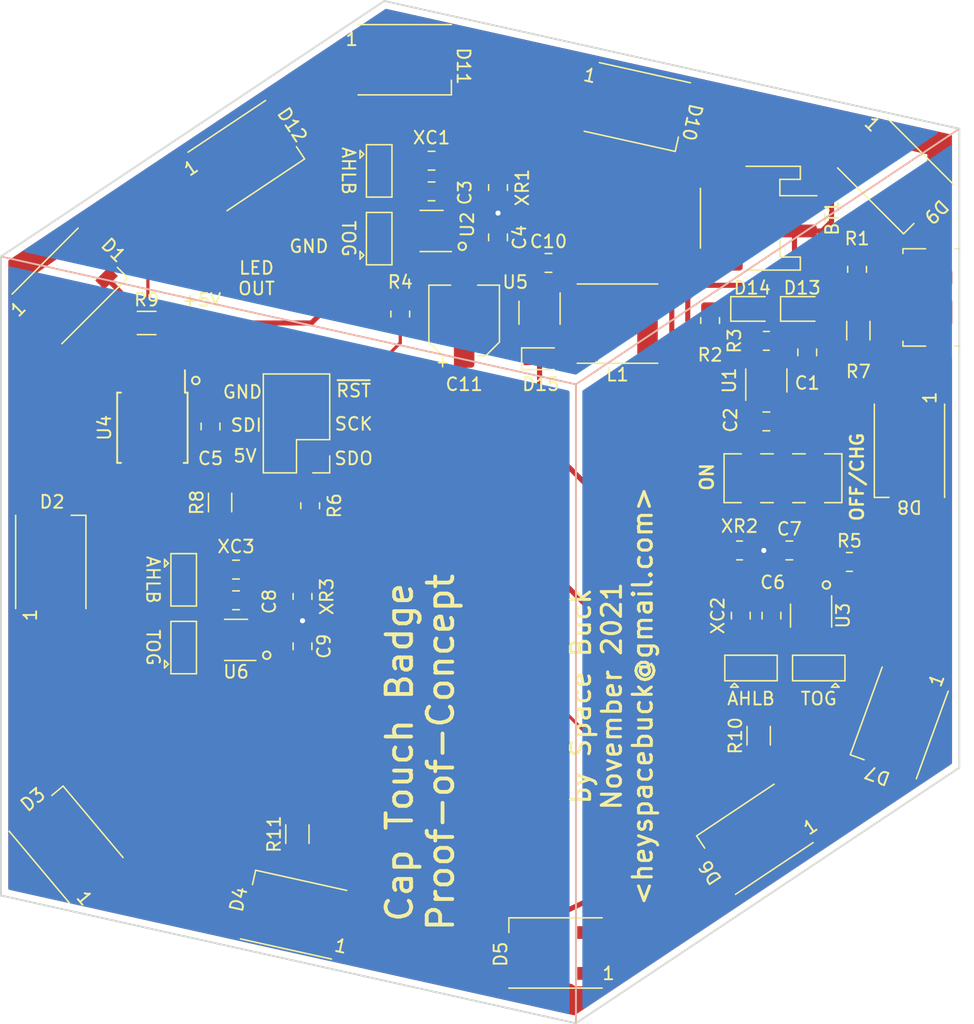
<source format=kicad_pcb>
(kicad_pcb (version 20171130) (host pcbnew "(5.1.10)-1")
  (layers (0 F.Cu signal) (31 B.Cu signal hide) (34 B.Paste user) (35 F.Paste user) (36 B.SilkS user) (37 F.SilkS user) (38 B.Mask user hide) (39 F.Mask user hide) (44 Edge.Cuts user))
  (net 0 "")
  (net 1 0V)
  (net 2 5V)
  (net 3 "Net-(D1-Pad2)")
  (net 4 "Net-(D2-Pad2)")
  (net 5 "Net-(D3-Pad2)")
  (net 6 "Net-(D4-Pad2)")
  (net 7 "Net-(D5-Pad2)")
  (net 8 "Net-(D6-Pad2)")
  (net 9 "Net-(D7-Pad2)")
  (net 10 "Net-(D8-Pad2)")
  (net 11 "Net-(D10-Pad4)")
  (net 12 "Net-(D10-Pad2)")
  (net 13 "Net-(D11-Pad2)")
  (net 14 "Net-(D12-Pad2)")
  (net 15 touch0)
  (net 16 touch1)
  (net 17 touch2)
  (net 18 /~cs)
  (net 19 "Net-(U3-Pad3)")
  (net 20 /sdi)
  (net 21 /sdo)
  (net 22 /clk)
  (net 23 BATT)
  (net 24 "Net-(C1-Pad2)")
  (net 25 charging)
  (net 26 /pad0)
  (net 27 /pad1)
  (net 28 /pad2)
  (net 29 "Net-(C10-Pad2)")
  (net 30 LED_control)
  (net 31 "Net-(D13-Pad1)")
  (net 32 "Net-(D15-Pad2)")
  (net 33 "Net-(J2-Pad4)")
  (net 34 "Net-(J2-Pad3)")
  (net 35 "Net-(J2-Pad2)")
  (net 36 "Net-(JP4-Pad2)")
  (net 37 "Net-(R3-Pad1)")
  (net 38 "Net-(U4-Pad3)")
  (net 39 "Net-(U5-Pad5)")
  (net 40 "Net-(U5-Pad3)")
  (net 41 "Net-(D13-Pad2)")
  (net 42 "Net-(D14-Pad1)")
  (net 43 "Net-(JP3-Pad2)")
  (net 44 "Net-(U2-Pad3)")
  (net 45 "Net-(U6-Pad3)")
  (net 46 /5v_a)
  (net 47 "Net-(D9-Pad4)")
  (net 48 /5v_c)
  (net 49 "Net-(JP1-Pad2)")
  (net 50 "Net-(JP2-Pad2)")
  (net 51 "Net-(JP5-Pad2)")
  (net 52 "Net-(JP6-Pad2)")
  (module Connector_JST:JST_PH_S2B-PH-SM4-TB_1x02-1MP_P2.00mm_Horizontal (layer F.Cu) (at 189.25 57 270)
    (fp_text reference BT1 (at 0 -5.8 90) (layer F.SilkS))
    (fp_text value "JST-PH 2 pin")
    (pad MP smd roundrect (at 3.35 2.9 270) (size 1.5 3.4) (layers F.Cu F.Paste F.Mask) (roundrect_rratio 0.166667))
    (pad MP smd roundrect (at -3.35 2.9 270) (size 1.5 3.4) (layers F.Cu F.Paste F.Mask) (roundrect_rratio 0.166667))
    (pad 2 smd roundrect (at 1 -2.85 270) (size 1 3.5) (layers F.Cu F.Paste F.Mask) (net 1 0V))
    (pad 1 smd roundrect (at -1 -2.85 270) (size 1 3.5) (layers F.Cu F.Paste F.Mask) (net 23 BATT))
  )
  (module spacebadge:SMDPads_2x03_P2.54mm (layer F.Cu) (at 154.4 75.6 180)
    (fp_text reference J1 hide)
    (fp_text value Conn_02x03_Odd_Even)
    (pad 6 smd oval (at 2.54 5.08 180) (size 1.7 1.7) (layers F.Cu F.Paste F.Mask) (net 1 0V))
    (pad 5 smd oval (at 0 5.08 180) (size 1.7 1.7) (layers F.Cu F.Paste F.Mask) (net 18 /~cs))
    (pad 4 smd oval (at 2.54 2.54 180) (size 1.7 1.7) (layers F.Cu F.Paste F.Mask) (net 20 /sdi))
    (pad 3 smd oval (at 0 2.54 180) (size 1.7 1.7) (layers F.Cu F.Paste F.Mask) (net 22 /clk))
    (pad 2 smd oval (at 2.54 0 180) (size 1.7 1.7) (layers F.Cu F.Paste F.Mask) (net 46 /5v_a))
    (pad 1 smd roundrect (at 0 0 180) (size 1.7 1.7) (layers F.Cu F.Paste F.Mask) (net 21 /sdo))
  )
  (module Resistor_SMD:R_1206_3216Metric (layer F.Cu) (at 153.2 105.2 90)
    (fp_text reference R11 (at 0 -1.82 90) (layer F.SilkS))
    (fp_text value 0Ω)
    (pad 2 smd roundrect (at 1.4625 0 90) (size 1.125 1.75) (layers F.Cu F.Paste F.Mask) (roundrect_rratio 0.222222) (net 48 /5v_c))
    (pad 1 smd roundrect (at -1.4625 0 90) (size 1.125 1.75) (layers F.Cu F.Paste F.Mask) (roundrect_rratio 0.222222) (net 2 5V))
  )
  (module Resistor_SMD:R_1206_3216Metric (layer F.Cu) (at 189.3 97.5 90)
    (fp_text reference R10 (at 0 -1.82 90) (layer F.SilkS))
    (fp_text value 0Ω)
    (pad 2 smd roundrect (at 1.4625 0 90) (size 1.125 1.75) (layers F.Cu F.Paste F.Mask) (roundrect_rratio 0.222222) (net 2 5V))
    (pad 1 smd roundrect (at -1.4625 0 90) (size 1.125 1.75) (layers F.Cu F.Paste F.Mask) (roundrect_rratio 0.222222) (net 2 5V))
  )
  (module Resistor_SMD:R_1206_3216Metric (layer F.Cu) (at 141.4 65.2)
    (fp_text reference R9 (at 0 -1.82) (layer F.SilkS))
    (fp_text value 0Ω)
    (pad 2 smd roundrect (at 1.4625 0) (size 1.125 1.75) (layers F.Cu F.Paste F.Mask) (roundrect_rratio 0.222222) (net 1 0V))
    (pad 1 smd roundrect (at -1.4625 0) (size 1.125 1.75) (layers F.Cu F.Paste F.Mask) (roundrect_rratio 0.222222) (net 1 0V))
  )
  (module Resistor_SMD:R_0805_2012Metric (layer F.Cu) (at 154.2 79.5 90)
    (fp_text reference R6 (at 0 1.9 90) (layer F.SilkS))
    (fp_text value 1kΩ)
    (pad 2 smd roundrect (at 0.9125 0 90) (size 1.025 1.4) (layers F.Cu F.Paste F.Mask) (roundrect_rratio 0.243902) (net 22 /clk))
    (pad 1 smd roundrect (at -0.9125 0 90) (size 1.025 1.4) (layers F.Cu F.Paste F.Mask) (roundrect_rratio 0.243902) (net 17 touch2))
  )
  (module Resistor_SMD:R_1206_3216Metric (layer F.Cu) (at 147.15 79.25 90)
    (fp_text reference R8 (at 0 -1.82 90) (layer F.SilkS))
    (fp_text value 0Ω)
    (pad 2 smd roundrect (at 1.4625 0 90) (size 1.125 1.75) (layers F.Cu F.Paste F.Mask) (roundrect_rratio 0.222222) (net 46 /5v_a))
    (pad 1 smd roundrect (at -1.4625 0 90) (size 1.125 1.75) (layers F.Cu F.Paste F.Mask) (roundrect_rratio 0.222222) (net 48 /5v_c))
  )
  (module Resistor_SMD:R_1206_3216Metric (layer F.Cu) (at 197.1 65.8 270)
    (fp_text reference R7 (at 3.2 0 180) (layer F.SilkS))
    (fp_text value 0Ω)
    (pad 2 smd roundrect (at 1.4625 0 270) (size 1.125 1.75) (layers F.Cu F.Paste F.Mask) (roundrect_rratio 0.222222) (net 10 "Net-(D8-Pad2)"))
    (pad 1 smd roundrect (at -1.4625 0 270) (size 1.125 1.75) (layers F.Cu F.Paste F.Mask) (roundrect_rratio 0.222222) (net 47 "Net-(D9-Pad4)"))
  )
  (module Package_SO:SOIJ-8_5.3x5.3mm_P1.27mm (layer F.Cu) (at 141.85 73.4 270)
    (fp_text reference U4 (at 0 3.75 90) (layer F.SilkS))
    (fp_text value ATtiny85-20SU)
    (pad 1 smd rect (at -3.65 -1.905 270) (size 1.7 0.65) (layers F.Cu F.Paste F.Mask) (net 18 /~cs))
    (pad 2 smd rect (at -3.65 -0.635 270) (size 1.7 0.65) (layers F.Cu F.Paste F.Mask) (net 30 LED_control))
    (pad 3 smd rect (at -3.65 0.635 270) (size 1.7 0.65) (layers F.Cu F.Paste F.Mask) (net 38 "Net-(U4-Pad3)"))
    (pad 4 smd rect (at -3.65 1.905 270) (size 1.7 0.65) (layers F.Cu F.Paste F.Mask) (net 1 0V))
    (pad 5 smd rect (at 3.65 1.905 270) (size 1.7 0.65) (layers F.Cu F.Paste F.Mask) (net 20 /sdi))
    (pad 6 smd rect (at 3.65 0.635 270) (size 1.7 0.65) (layers F.Cu F.Paste F.Mask) (net 21 /sdo))
    (pad 7 smd rect (at 3.65 -0.635 270) (size 1.7 0.65) (layers F.Cu F.Paste F.Mask) (net 22 /clk))
    (pad 8 smd rect (at 3.65 -1.905 270) (size 1.7 0.65) (layers F.Cu F.Paste F.Mask) (net 46 /5v_a))
  )
  (module spacebadge:0805_NC (layer F.Cu) (at 168.9 54.6 90)
    (fp_text reference XR1 (at 0 1.9 270) (layer F.SilkS))
    (fp_text value Jumper_NC_Small)
    (fp_line (start -0.4 0) (end 0.4 0) (layer F.Cu) (width 0.3))
    (pad 1 smd roundrect (at -0.9125 0 90) (size 1.025 1.4) (layers F.Cu F.Paste F.Mask) (roundrect_rratio 0.243902) (net 26 /pad0))
    (pad 2 smd roundrect (at 0.9125 0 90) (size 1.025 1.4) (layers F.Cu F.Paste F.Mask) (roundrect_rratio 0.243902) (net 44 "Net-(U2-Pad3)"))
  )
  (module Resistor_SMD:R_0805_2012Metric (layer F.Cu) (at 161.25 64.5 270)
    (fp_text reference R4 (at -2.5 0) (layer F.SilkS))
    (fp_text value 1kΩ)
    (pad 1 smd roundrect (at -0.9125 0 270) (size 1.025 1.4) (layers F.Cu F.Paste F.Mask) (roundrect_rratio 0.243902) (net 15 touch0))
    (pad 2 smd roundrect (at 0.9125 0 270) (size 1.025 1.4) (layers F.Cu F.Paste F.Mask) (roundrect_rratio 0.243902) (net 20 /sdi))
  )
  (module Capacitor_SMD:C_0805_2012Metric (layer F.Cu) (at 163.7 52.5 180)
    (fp_text reference XC1 (at 0 1.8) (layer F.SilkS))
    (fp_text value Jumper_NO_Small)
    (pad 1 smd roundrect (at -0.95 0 180) (size 1 1.45) (layers F.Cu F.Paste F.Mask) (net 44 "Net-(U2-Pad3)"))
    (pad 2 smd roundrect (at 0.95 0 180) (size 1 1.45) (layers F.Cu F.Paste F.Mask) (net 49 "Net-(JP1-Pad2)"))
  )
  (module Package_TO_SOT_SMD:SOT-23-6 (layer F.Cu) (at 163.7 58 180)
    (fp_text reference U2 (at -2.8 0.5 90) (layer F.SilkS))
    (fp_text value TTP223-BA6)
    (pad 1 smd rect (at -1.1 -0.95 180) (size 1.06 0.65) (layers F.Cu F.Paste F.Mask) (net 15 touch0))
    (pad 2 smd rect (at -1.1 0 180) (size 1.06 0.65) (layers F.Cu F.Paste F.Mask) (net 1 0V))
    (pad 3 smd rect (at -1.1 0.95 180) (size 1.06 0.65) (layers F.Cu F.Paste F.Mask) (net 44 "Net-(U2-Pad3)"))
    (pad 4 smd rect (at 1.1 0.95 180) (size 1.06 0.65) (layers F.Cu F.Paste F.Mask) (net 49 "Net-(JP1-Pad2)"))
    (pad 6 smd rect (at 1.1 -0.95 180) (size 1.06 0.65) (layers F.Cu F.Paste F.Mask) (net 50 "Net-(JP2-Pad2)"))
    (pad 5 smd rect (at 1.1 0 180) (size 1.06 0.65) (layers F.Cu F.Paste F.Mask) (net 2 5V))
  )
  (module Jumper:SolderJumper-3_P1.3mm_Bridged12_Pad1.0x1.5mm (layer F.Cu) (at 159.6 53.3 270)
    (fp_text reference JP1 hide)
    (fp_text value Jumper_3_Bridged12_Small)
    (fp_poly (pts (xy -0.9 -0.3) (xy -0.4 -0.3) (xy -0.4 0.3) (xy -0.9 0.3)) (layer F.Cu) (width 0))
    (pad 1 smd rect (at -1.3 0 270) (size 1 1.5) (layers F.Cu F.Mask) (net 1 0V))
    (pad 3 smd rect (at 1.3 0 270) (size 1 1.5) (layers F.Cu F.Mask) (net 2 5V))
    (pad 2 smd rect (at 0 0 270) (size 1 1.5) (layers F.Cu F.Mask) (net 49 "Net-(JP1-Pad2)"))
  )
  (module Jumper:SolderJumper-3_P1.3mm_Bridged12_Pad1.0x1.5mm (layer F.Cu) (at 159.6 58.6 90)
    (fp_text reference JP2 hide)
    (fp_text value Jumper_3_Bridged12_Small)
    (fp_poly (pts (xy -0.9 -0.3) (xy -0.4 -0.3) (xy -0.4 0.3) (xy -0.9 0.3)) (layer F.Cu) (width 0))
    (pad 1 smd rect (at -1.3 0 90) (size 1 1.5) (layers F.Cu F.Mask) (net 1 0V))
    (pad 3 smd rect (at 1.3 0 90) (size 1 1.5) (layers F.Cu F.Mask) (net 2 5V))
    (pad 2 smd rect (at 0 0 90) (size 1 1.5) (layers F.Cu F.Mask) (net 50 "Net-(JP2-Pad2)"))
  )
  (module Capacitor_SMD:C_0805_2012Metric (layer F.Cu) (at 163.7 54.9 180)
    (fp_text reference C3 (at -2.6 -0.1 90) (layer F.SilkS))
    (fp_text value 0.1μF)
    (pad 1 smd roundrect (at -0.95 0 180) (size 1 1.45) (layers F.Cu F.Paste F.Mask) (net 1 0V))
    (pad 2 smd roundrect (at 0.95 0 180) (size 1 1.45) (layers F.Cu F.Paste F.Mask) (net 2 5V))
  )
  (module Capacitor_SMD:C_0805_2012Metric (layer F.Cu) (at 168.9 58.5 270)
    (fp_text reference C4 (at 0 -1.68 90) (layer F.SilkS))
    (fp_text value 10pF)
    (pad 1 smd roundrect (at -0.95 0 270) (size 1 1.45) (layers F.Cu F.Paste F.Mask) (net 26 /pad0))
    (pad 2 smd roundrect (at 0.95 0 270) (size 1 1.45) (layers F.Cu F.Paste F.Mask) (net 1 0V))
  )
  (module spacebadge:0805_NC (layer F.Cu) (at 187.8 83 180)
    (fp_text reference XR2 (at 0 1.9 180) (layer F.SilkS))
    (fp_text value Jumper_NC_Small)
    (fp_line (start -0.4 0) (end 0.4 0) (layer F.Cu) (width 0.3))
    (pad 1 smd roundrect (at -0.9125 0 180) (size 1.025 1.4) (layers F.Cu F.Paste F.Mask) (roundrect_rratio 0.243902) (net 27 /pad1))
    (pad 2 smd roundrect (at 0.9125 0 180) (size 1.025 1.4) (layers F.Cu F.Paste F.Mask) (roundrect_rratio 0.243902) (net 19 "Net-(U3-Pad3)"))
  )
  (module Resistor_SMD:R_0805_2012Metric (layer F.Cu) (at 196.4 83.9)
    (fp_text reference R5 (at 0 -1.65) (layer F.SilkS))
    (fp_text value 1kΩ)
    (pad 1 smd roundrect (at -0.9125 0) (size 1.025 1.4) (layers F.Cu F.Paste F.Mask) (roundrect_rratio 0.243902) (net 16 touch1))
    (pad 2 smd roundrect (at 0.9125 0) (size 1.025 1.4) (layers F.Cu F.Paste F.Mask) (roundrect_rratio 0.243902) (net 21 /sdo))
  )
  (module Capacitor_SMD:C_0805_2012Metric (layer F.Cu) (at 187.9 88.1 270)
    (fp_text reference XC2 (at 0 1.8 90) (layer F.SilkS))
    (fp_text value Jumper_NO_Small)
    (pad 1 smd roundrect (at -0.95 0 270) (size 1 1.45) (layers F.Cu F.Paste F.Mask) (net 19 "Net-(U3-Pad3)"))
    (pad 2 smd roundrect (at 0.95 0 270) (size 1 1.45) (layers F.Cu F.Paste F.Mask) (net 43 "Net-(JP3-Pad2)"))
  )
  (module Package_TO_SOT_SMD:SOT-23-6 (layer F.Cu) (at 193.4 88.1 270)
    (fp_text reference U3 (at 0 -2.5 90) (layer F.SilkS))
    (fp_text value TTP223-BA6)
    (pad 1 smd rect (at -1.1 -0.95 270) (size 1.06 0.65) (layers F.Cu F.Paste F.Mask) (net 16 touch1))
    (pad 2 smd rect (at -1.1 0 270) (size 1.06 0.65) (layers F.Cu F.Paste F.Mask) (net 1 0V))
    (pad 3 smd rect (at -1.1 0.95 270) (size 1.06 0.65) (layers F.Cu F.Paste F.Mask) (net 19 "Net-(U3-Pad3)"))
    (pad 4 smd rect (at 1.1 0.95 270) (size 1.06 0.65) (layers F.Cu F.Paste F.Mask) (net 43 "Net-(JP3-Pad2)"))
    (pad 6 smd rect (at 1.1 -0.95 270) (size 1.06 0.65) (layers F.Cu F.Paste F.Mask) (net 36 "Net-(JP4-Pad2)"))
    (pad 5 smd rect (at 1.1 0 270) (size 1.06 0.65) (layers F.Cu F.Paste F.Mask) (net 2 5V))
  )
  (module Jumper:SolderJumper-3_P1.3mm_Bridged12_Pad1.0x1.5mm (layer F.Cu) (at 188.7 92.2)
    (fp_text reference JP3 hide)
    (fp_text value Jumper_3_Bridged12_Small)
    (fp_poly (pts (xy -0.9 -0.3) (xy -0.4 -0.3) (xy -0.4 0.3) (xy -0.9 0.3)) (layer F.Cu) (width 0))
    (pad 1 smd rect (at -1.3 0) (size 1 1.5) (layers F.Cu F.Mask) (net 1 0V))
    (pad 3 smd rect (at 1.3 0) (size 1 1.5) (layers F.Cu F.Mask) (net 2 5V))
    (pad 2 smd rect (at 0 0) (size 1 1.5) (layers F.Cu F.Mask) (net 43 "Net-(JP3-Pad2)"))
  )
  (module Jumper:SolderJumper-3_P1.3mm_Bridged12_Pad1.0x1.5mm (layer F.Cu) (at 194 92.2 180)
    (fp_text reference JP4 hide)
    (fp_text value Jumper_3_Bridged12_Small)
    (fp_poly (pts (xy -0.9 -0.3) (xy -0.4 -0.3) (xy -0.4 0.3) (xy -0.9 0.3)) (layer F.Cu) (width 0))
    (pad 1 smd rect (at -1.3 0 180) (size 1 1.5) (layers F.Cu F.Mask) (net 1 0V))
    (pad 3 smd rect (at 1.3 0 180) (size 1 1.5) (layers F.Cu F.Mask) (net 2 5V))
    (pad 2 smd rect (at 0 0 180) (size 1 1.5) (layers F.Cu F.Mask) (net 36 "Net-(JP4-Pad2)"))
  )
  (module Capacitor_SMD:C_0805_2012Metric (layer F.Cu) (at 190.3 88.1 270)
    (fp_text reference C6 (at -2.6 -0.1) (layer F.SilkS))
    (fp_text value 0.1μF)
    (pad 1 smd roundrect (at -0.95 0 270) (size 1 1.45) (layers F.Cu F.Paste F.Mask) (net 1 0V))
    (pad 2 smd roundrect (at 0.95 0 270) (size 1 1.45) (layers F.Cu F.Paste F.Mask) (net 2 5V))
  )
  (module Capacitor_SMD:C_0805_2012Metric (layer F.Cu) (at 191.7 83)
    (fp_text reference C7 (at 0 -1.68) (layer F.SilkS))
    (fp_text value 10pF)
    (pad 1 smd roundrect (at -0.95 0) (size 1 1.45) (layers F.Cu F.Paste F.Mask) (net 27 /pad1))
    (pad 2 smd roundrect (at 0.95 0) (size 1 1.45) (layers F.Cu F.Paste F.Mask) (net 1 0V))
  )
  (module spacebadge:0805_NC (layer F.Cu) (at 153.6 86.6 90)
    (fp_text reference XR3 (at 0 1.9 270) (layer F.SilkS))
    (fp_text value Jumper_NC_Small)
    (fp_line (start -0.4 0) (end 0.4 0) (layer F.Cu) (width 0.3))
    (pad 2 smd roundrect (at 0.9125 0 90) (size 1.025 1.4) (layers F.Cu F.Paste F.Mask) (roundrect_rratio 0.243902) (net 45 "Net-(U6-Pad3)"))
    (pad 1 smd roundrect (at -0.9125 0 90) (size 1.025 1.4) (layers F.Cu F.Paste F.Mask) (roundrect_rratio 0.243902) (net 28 /pad2))
  )
  (module Jumper:SolderJumper-3_P1.3mm_Bridged12_Pad1.0x1.5mm (layer F.Cu) (at 144.3 90.6 90)
    (fp_text reference JP6 hide)
    (fp_text value Jumper_3_Bridged12_Small)
    (fp_poly (pts (xy -0.9 -0.3) (xy -0.4 -0.3) (xy -0.4 0.3) (xy -0.9 0.3)) (layer F.Cu) (width 0))
    (pad 2 smd rect (at 0 0 90) (size 1 1.5) (layers F.Cu F.Mask) (net 52 "Net-(JP6-Pad2)"))
    (pad 3 smd rect (at 1.3 0 90) (size 1 1.5) (layers F.Cu F.Mask) (net 48 /5v_c))
    (pad 1 smd rect (at -1.3 0 90) (size 1 1.5) (layers F.Cu F.Mask) (net 1 0V))
  )
  (module Jumper:SolderJumper-3_P1.3mm_Bridged12_Pad1.0x1.5mm (layer F.Cu) (at 144.3 85.3 270)
    (fp_text reference JP5 hide)
    (fp_text value Jumper_3_Bridged12_Small)
    (fp_poly (pts (xy -0.9 -0.3) (xy -0.4 -0.3) (xy -0.4 0.3) (xy -0.9 0.3)) (layer F.Cu) (width 0))
    (pad 2 smd rect (at 0 0 270) (size 1 1.5) (layers F.Cu F.Mask) (net 51 "Net-(JP5-Pad2)"))
    (pad 3 smd rect (at 1.3 0 270) (size 1 1.5) (layers F.Cu F.Mask) (net 48 /5v_c))
    (pad 1 smd rect (at -1.3 0 270) (size 1 1.5) (layers F.Cu F.Mask) (net 1 0V))
  )
  (module Diode_SMD:D_SOD-323 (layer F.Cu) (at 172.25 68)
    (fp_text reference D15 (at 0 2) (layer F.SilkS))
    (fp_text value Schottky)
    (pad 2 smd rect (at 1.05 0) (size 0.6 1) (layers F.Cu F.Paste F.Mask) (net 32 "Net-(D15-Pad2)"))
    (pad 1 smd rect (at -1.05 0) (size 0.6 1) (layers F.Cu F.Paste F.Mask) (net 2 5V))
  )
  (module TestPoint:TestPoint_Pad_D2.5mm (layer F.Cu) (at 149.95 58.3)
    (fp_text reference TP2 hide)
    (fp_text value TestPoint)
    (pad 1 smd circle (at 0 0) (size 2.5 2.5) (layers F.Cu F.Mask) (net 14 "Net-(D12-Pad2)"))
  )
  (module Button_Switch_SMD:SW_DPDT_CK_JS202011JCQN (layer F.Cu) (at 191.2 77.35 180)
    (fp_text reference SW1 hide)
    (fp_text value SW_SPDT)
    (pad 3 smd rect (at 2.5 -1.2 180) (size 1 1.6) (layers F.Cu F.Paste F.Mask) (net 29 "Net-(C10-Pad2)"))
    (pad 2 smd rect (at 0 -1.2 180) (size 1 1.6) (layers F.Cu F.Paste F.Mask) (net 23 BATT))
    (pad 1 smd rect (at -2.5 -1.2 180) (size 1 1.6) (layers F.Cu F.Paste F.Mask) (net 25 charging))
    (pad 3 smd rect (at 2.5 1.2 180) (size 1 1.6) (layers F.Cu F.Paste F.Mask) (net 29 "Net-(C10-Pad2)"))
    (pad 2 smd rect (at 0 1.2 180) (size 1 1.6) (layers F.Cu F.Paste F.Mask) (net 23 BATT))
    (pad 1 smd rect (at -2.5 1.2 180) (size 1 1.6) (layers F.Cu F.Paste F.Mask) (net 25 charging))
  )
  (module TestPoint:TestPoint_Pad_D2.5mm (layer F.Cu) (at 145.7 60.6)
    (fp_text reference TP1 hide)
    (fp_text value TestPoint)
    (pad 1 smd circle (at 0 0) (size 2.5 2.5) (layers F.Cu F.Mask) (net 2 5V))
  )
  (module TestPoint:TestPoint_Pad_D2.5mm (layer F.Cu) (at 154.1 56.4)
    (fp_text reference TP3 hide)
    (fp_text value TestPoint)
    (pad 1 smd circle (at 0 0) (size 2.5 2.5) (layers F.Cu F.Mask) (net 1 0V))
  )
  (module Package_TO_SOT_SMD:SOT-23-6 (layer F.Cu) (at 148.4 90 180)
    (fp_text reference U6 (at 0 -2.5) (layer F.SilkS))
    (fp_text value TTP223-BA6)
    (pad 5 smd rect (at 1.1 0 180) (size 1.06 0.65) (layers F.Cu F.Paste F.Mask) (net 48 /5v_c))
    (pad 6 smd rect (at 1.1 -0.95 180) (size 1.06 0.65) (layers F.Cu F.Paste F.Mask) (net 52 "Net-(JP6-Pad2)"))
    (pad 4 smd rect (at 1.1 0.95 180) (size 1.06 0.65) (layers F.Cu F.Paste F.Mask) (net 51 "Net-(JP5-Pad2)"))
    (pad 3 smd rect (at -1.1 0.95 180) (size 1.06 0.65) (layers F.Cu F.Paste F.Mask) (net 45 "Net-(U6-Pad3)"))
    (pad 2 smd rect (at -1.1 0 180) (size 1.06 0.65) (layers F.Cu F.Paste F.Mask) (net 1 0V))
    (pad 1 smd rect (at -1.1 -0.95 180) (size 1.06 0.65) (layers F.Cu F.Paste F.Mask) (net 17 touch2))
  )
  (module Package_TO_SOT_SMD:SOT-23-5 (layer F.Cu) (at 172.15 64.4 270)
    (fp_text reference U5 (at -2.4 1.9 180) (layer F.SilkS))
    (fp_text value TPS613222ADBV)
    (pad 5 smd rect (at 1.1 -0.95 270) (size 1.06 0.65) (layers F.Cu F.Paste F.Mask) (net 39 "Net-(U5-Pad5)"))
    (pad 4 smd rect (at 1.1 0.95 270) (size 1.06 0.65) (layers F.Cu F.Paste F.Mask) (net 2 5V))
    (pad 3 smd rect (at -1.1 0.95 270) (size 1.06 0.65) (layers F.Cu F.Paste F.Mask) (net 40 "Net-(U5-Pad3)"))
    (pad 2 smd rect (at -1.1 0 270) (size 1.06 0.65) (layers F.Cu F.Paste F.Mask) (net 1 0V))
    (pad 1 smd rect (at -1.1 -0.95 270) (size 1.06 0.65) (layers F.Cu F.Paste F.Mask) (net 32 "Net-(D15-Pad2)"))
  )
  (module Package_TO_SOT_SMD:SOT-23-5 (layer F.Cu) (at 189.9 69.7 90)
    (fp_text reference U1 (at 0 -2.9 90) (layer F.SilkS))
    (fp_text value MCP73831-2-OT)
    (pad 1 smd rect (at -1.1 -0.95 90) (size 1.06 0.65) (layers F.Cu F.Paste F.Mask) (net 31 "Net-(D13-Pad1)"))
    (pad 2 smd rect (at -1.1 0 90) (size 1.06 0.65) (layers F.Cu F.Paste F.Mask) (net 1 0V))
    (pad 3 smd rect (at -1.1 0.95 90) (size 1.06 0.65) (layers F.Cu F.Paste F.Mask) (net 25 charging))
    (pad 4 smd rect (at 1.1 0.95 90) (size 1.06 0.65) (layers F.Cu F.Paste F.Mask) (net 24 "Net-(C1-Pad2)"))
    (pad 5 smd rect (at 1.1 -0.95 90) (size 1.06 0.65) (layers F.Cu F.Paste F.Mask) (net 37 "Net-(R3-Pad1)"))
  )
  (module Resistor_SMD:R_0805_2012Metric (layer F.Cu) (at 189.9 66.6)
    (fp_text reference R3 (at -2.5 0 90) (layer F.SilkS))
    (fp_text value R)
    (pad 1 smd roundrect (at -0.9125 0) (size 1.025 1.4) (layers F.Cu F.Paste F.Mask) (roundrect_rratio 0.243902) (net 37 "Net-(R3-Pad1)"))
    (pad 2 smd roundrect (at 0.9125 0) (size 1.025 1.4) (layers F.Cu F.Paste F.Mask) (roundrect_rratio 0.243902) (net 1 0V))
  )
  (module Resistor_SMD:R_0805_2012Metric (layer F.Cu) (at 185.5 65.0125 90)
    (fp_text reference R2 (at -2.6875 0 180) (layer F.SilkS))
    (fp_text value 2kΩ)
    (pad 1 smd roundrect (at -0.9125 0 90) (size 1.025 1.4) (layers F.Cu F.Paste F.Mask) (roundrect_rratio 0.243902) (net 1 0V))
    (pad 2 smd roundrect (at 0.9125 0 90) (size 1.025 1.4) (layers F.Cu F.Paste F.Mask) (roundrect_rratio 0.243902) (net 42 "Net-(D14-Pad1)"))
  )
  (module Resistor_SMD:R_0805_2012Metric (layer F.Cu) (at 197 61 90)
    (fp_text reference R1 (at 2.4 0) (layer F.SilkS))
    (fp_text value 2kΩ)
    (pad 2 smd roundrect (at 0.9125 0 90) (size 1.025 1.4) (layers F.Cu F.Paste F.Mask) (roundrect_rratio 0.243902) (net 41 "Net-(D13-Pad2)"))
    (pad 1 smd roundrect (at -0.9125 0 90) (size 1.025 1.4) (layers F.Cu F.Paste F.Mask) (roundrect_rratio 0.243902) (net 24 "Net-(C1-Pad2)"))
  )
  (module Inductor_SMD:L_Taiyo-Yuden_NR-60xx (layer F.Cu) (at 178.25 65.25 180)
    (fp_text reference L1 (at 0 -4) (layer F.SilkS))
    (fp_text value 2.2μH)
    (pad 2 smd rect (at 2.35 0 180) (size 1.6 5.9) (layers F.Cu F.Paste F.Mask) (net 32 "Net-(D15-Pad2)"))
    (pad 1 smd rect (at -2.35 0 180) (size 1.6 5.9) (layers F.Cu F.Paste F.Mask) (net 29 "Net-(C10-Pad2)"))
  )
  (module Capacitor_SMD:C_0805_2012Metric (layer F.Cu) (at 148.4 84.5 180)
    (fp_text reference XC3 (at 0 1.8) (layer F.SilkS))
    (fp_text value Jumper_NO_Small)
    (pad 2 smd roundrect (at 0.95 0 180) (size 1 1.45) (layers F.Cu F.Paste F.Mask) (net 51 "Net-(JP5-Pad2)"))
    (pad 1 smd roundrect (at -0.95 0 180) (size 1 1.45) (layers F.Cu F.Paste F.Mask) (net 45 "Net-(U6-Pad3)"))
  )
  (module Connector_USB:USB_Micro-B_Molex_47346-0001 (layer F.Cu) (at 202.3 63.2 90)
    (fp_text reference J2 hide)
    (fp_text value USB_B_Micro)
    (pad 6 smd rect (at 1.55 1.2 90) (size 1 1.9) (layers F.Cu F.Paste F.Mask) (net 1 0V))
    (pad 6 smd rect (at -1.15 1.2 90) (size 1.8 1.9) (layers F.Cu F.Paste F.Mask) (net 1 0V))
    (pad 6 smd rect (at 3.375 1.2 90) (size 1.65 1.3) (layers F.Cu F.Paste F.Mask) (net 1 0V))
    (pad 6 smd rect (at -3.375 1.2 90) (size 1.65 1.3) (layers F.Cu F.Paste F.Mask) (net 1 0V))
    (pad 6 smd rect (at 2.4875 -1.375 90) (size 1.425 1.55) (layers F.Cu F.Paste F.Mask) (net 1 0V))
    (pad 6 smd rect (at -2.4875 -1.375 90) (size 1.425 1.55) (layers F.Cu F.Paste F.Mask) (net 1 0V))
    (pad 5 smd rect (at 1.3 -1.46 90) (size 0.45 1.38) (layers F.Cu F.Paste F.Mask) (net 1 0V))
    (pad 4 smd rect (at 0.65 -1.46 90) (size 0.45 1.38) (layers F.Cu F.Paste F.Mask) (net 33 "Net-(J2-Pad4)"))
    (pad 3 smd rect (at 0 -1.46 90) (size 0.45 1.38) (layers F.Cu F.Paste F.Mask) (net 34 "Net-(J2-Pad3)"))
    (pad 2 smd rect (at -0.65 -1.46 90) (size 0.45 1.38) (layers F.Cu F.Paste F.Mask) (net 35 "Net-(J2-Pad2)"))
    (pad 1 smd rect (at -1.3 -1.46 90) (size 0.45 1.38) (layers F.Cu F.Paste F.Mask) (net 24 "Net-(C1-Pad2)"))
  )
  (module LED_SMD:LED_0805_2012Metric (layer F.Cu) (at 188.8 64.1)
    (fp_text reference D14 (at 0 -1.65) (layer F.SilkS))
    (fp_text value Green)
    (pad 1 smd roundrect (at -0.9375 0) (size 0.975 1.4) (layers F.Cu F.Paste F.Mask) (net 42 "Net-(D14-Pad1)"))
    (pad 2 smd roundrect (at 0.9375 0) (size 0.975 1.4) (layers F.Cu F.Paste F.Mask) (net 31 "Net-(D13-Pad1)"))
  )
  (module LED_SMD:LED_0805_2012Metric (layer F.Cu) (at 192.7 64.1)
    (fp_text reference D13 (at 0 -1.65) (layer F.SilkS))
    (fp_text value Red)
    (pad 1 smd roundrect (at -0.9375 0) (size 0.975 1.4) (layers F.Cu F.Paste F.Mask) (net 31 "Net-(D13-Pad1)"))
    (pad 2 smd roundrect (at 0.9375 0) (size 0.975 1.4) (layers F.Cu F.Paste F.Mask) (net 41 "Net-(D13-Pad2)"))
  )
  (module LED_SMD:LED_WS2812B_PLCC4_5.0x5.0mm_P3.2mm (layer F.Cu) (at 179.8 48.3 347.5)
    (fp_text reference D10 (at 4.4578 0.240865 257.5 unlocked) (layer F.SilkS))
    (fp_text value WS2812B)
    (fp_text user 1 (at -4.15 -1.6 167.5) (layer F.SilkS))
    (pad 1 smd rect (at -2.45 -1.6 347.5) (size 1.5 1) (layers F.Cu F.Paste F.Mask) (net 2 5V))
    (pad 2 smd rect (at -2.45 1.6 347.5) (size 1.5 1) (layers F.Cu F.Paste F.Mask) (net 12 "Net-(D10-Pad2)"))
    (pad 4 smd rect (at 2.45 -1.6 347.5) (size 1.5 1) (layers F.Cu F.Paste F.Mask) (net 11 "Net-(D10-Pad4)"))
    (pad 3 smd rect (at 2.45 1.6 347.5) (size 1.5 1) (layers F.Cu F.Paste F.Mask) (net 1 0V))
  )
  (module LED_SMD:LED_WS2812B_PLCC4_5.0x5.0mm_P3.2mm (layer F.Cu) (at 200 53.7 315)
    (fp_text reference D9 (at 4.242641 -0.282843 225 unlocked) (layer F.SilkS))
    (fp_text value WS2812B)
    (fp_text user 1 (at -4.15 -1.6 135) (layer F.SilkS))
    (pad 3 smd rect (at 2.45 1.6 315) (size 1.5 1) (layers F.Cu F.Paste F.Mask) (net 1 0V))
    (pad 4 smd rect (at 2.45 -1.6 315) (size 1.5 1) (layers F.Cu F.Paste F.Mask) (net 47 "Net-(D9-Pad4)"))
    (pad 2 smd rect (at -2.45 1.6 315) (size 1.5 1) (layers F.Cu F.Paste F.Mask) (net 11 "Net-(D10-Pad4)"))
    (pad 1 smd rect (at -2.45 -1.6 315) (size 1.5 1) (layers F.Cu F.Paste F.Mask) (net 2 5V))
  )
  (module LED_SMD:LED_WS2812B_PLCC4_5.0x5.0mm_P3.2mm (layer F.Cu) (at 201.1 75.2 270)
    (fp_text reference D8 (at 4.4 0 180 unlocked) (layer F.SilkS))
    (fp_text value WS2812B)
    (fp_text user 1 (at -4.15 -1.6 90) (layer F.SilkS))
    (pad 1 smd rect (at -2.45 -1.6 270) (size 1.5 1) (layers F.Cu F.Paste F.Mask) (net 2 5V))
    (pad 2 smd rect (at -2.45 1.6 270) (size 1.5 1) (layers F.Cu F.Paste F.Mask) (net 10 "Net-(D8-Pad2)"))
    (pad 4 smd rect (at 2.45 -1.6 270) (size 1.5 1) (layers F.Cu F.Paste F.Mask) (net 9 "Net-(D7-Pad2)"))
    (pad 3 smd rect (at 2.45 1.6 270) (size 1.5 1) (layers F.Cu F.Paste F.Mask) (net 1 0V))
  )
  (module LED_SMD:LED_WS2812B_PLCC4_5.0x5.0mm_P3.2mm (layer F.Cu) (at 200.3 96.5 250)
    (fp_text reference D7 (at 4.434174 0.195195 160 unlocked) (layer F.SilkS))
    (fp_text value WS2812B)
    (fp_text user 1 (at -4.15 -1.6 70) (layer F.SilkS))
    (pad 1 smd rect (at -2.45 -1.6 250) (size 1.5 1) (layers F.Cu F.Paste F.Mask) (net 2 5V))
    (pad 2 smd rect (at -2.45 1.6 250) (size 1.5 1) (layers F.Cu F.Paste F.Mask) (net 9 "Net-(D7-Pad2)"))
    (pad 4 smd rect (at 2.45 -1.6 250) (size 1.5 1) (layers F.Cu F.Paste F.Mask) (net 8 "Net-(D6-Pad2)"))
    (pad 3 smd rect (at 2.45 1.6 250) (size 1.5 1) (layers F.Cu F.Paste F.Mask) (net 1 0V))
  )
  (module LED_SMD:LED_WS2812B_PLCC4_5.0x5.0mm_P3.2mm (layer F.Cu) (at 189 105.6 213.7)
    (fp_text reference D6 (at 4.354435 -0.221125 123.7 unlocked) (layer F.SilkS))
    (fp_text value WS2812B)
    (fp_text user 1 (at -4.15 -1.6 33.7) (layer F.SilkS))
    (pad 1 smd rect (at -2.45 -1.6 213.7) (size 1.5 1) (layers F.Cu F.Paste F.Mask) (net 2 5V))
    (pad 2 smd rect (at -2.45 1.6 213.7) (size 1.5 1) (layers F.Cu F.Paste F.Mask) (net 8 "Net-(D6-Pad2)"))
    (pad 4 smd rect (at 2.45 -1.6 213.7) (size 1.5 1) (layers F.Cu F.Paste F.Mask) (net 7 "Net-(D5-Pad2)"))
    (pad 3 smd rect (at 2.45 1.6 213.7) (size 1.5 1) (layers F.Cu F.Paste F.Mask) (net 1 0V))
  )
  (module LED_SMD:LED_WS2812B_PLCC4_5.0x5.0mm_P3.2mm (layer F.Cu) (at 173.4 114.5 180)
    (fp_text reference D5 (at 4.3 -0.1 90) (layer F.SilkS))
    (fp_text value WS2812B)
    (fp_text user 1 (at -4.15 -1.6) (layer F.SilkS))
    (pad 1 smd rect (at -2.45 -1.6 180) (size 1.5 1) (layers F.Cu F.Paste F.Mask) (net 2 5V))
    (pad 2 smd rect (at -2.45 1.6 180) (size 1.5 1) (layers F.Cu F.Paste F.Mask) (net 7 "Net-(D5-Pad2)"))
    (pad 4 smd rect (at 2.45 -1.6 180) (size 1.5 1) (layers F.Cu F.Paste F.Mask) (net 6 "Net-(D4-Pad2)"))
    (pad 3 smd rect (at 2.45 1.6 180) (size 1.5 1) (layers F.Cu F.Paste F.Mask) (net 1 0V))
  )
  (module LED_SMD:LED_WS2812B_PLCC4_5.0x5.0mm_P3.2mm (layer F.Cu) (at 152.9 111.5 167.5)
    (fp_text reference D4 (at 4.4578 0.240865 257.5) (layer F.SilkS))
    (fp_text value WS2812B)
    (fp_text user 1 (at -4.15 -1.6 167.5) (layer F.SilkS))
    (pad 3 smd rect (at 2.45 1.6 167.5) (size 1.5 1) (layers F.Cu F.Paste F.Mask) (net 1 0V))
    (pad 4 smd rect (at 2.45 -1.6 167.5) (size 1.5 1) (layers F.Cu F.Paste F.Mask) (net 5 "Net-(D3-Pad2)"))
    (pad 2 smd rect (at -2.45 1.6 167.5) (size 1.5 1) (layers F.Cu F.Paste F.Mask) (net 6 "Net-(D4-Pad2)"))
    (pad 1 smd rect (at -2.45 -1.6 167.5) (size 1.5 1) (layers F.Cu F.Paste F.Mask) (net 2 5V))
  )
  (module LED_SMD:LED_WS2812B_PLCC4_5.0x5.0mm_P3.2mm (layer F.Cu) (at 135.1 106 130)
    (fp_text reference D3 (at 4.352403 0.258041 220) (layer F.SilkS))
    (fp_text value WS2812B)
    (fp_text user 1 (at -4.15 -1.6 130) (layer F.SilkS))
    (pad 1 smd rect (at -2.45 -1.6 130) (size 1.5 1) (layers F.Cu F.Paste F.Mask) (net 2 5V))
    (pad 2 smd rect (at -2.45 1.6 130) (size 1.5 1) (layers F.Cu F.Paste F.Mask) (net 5 "Net-(D3-Pad2)"))
    (pad 4 smd rect (at 2.45 -1.6 130) (size 1.5 1) (layers F.Cu F.Paste F.Mask) (net 4 "Net-(D2-Pad2)"))
    (pad 3 smd rect (at 2.45 1.6 130) (size 1.5 1) (layers F.Cu F.Paste F.Mask) (net 1 0V))
  )
  (module LED_SMD:LED_WS2812B_PLCC4_5.0x5.0mm_P3.2mm (layer F.Cu) (at 133.9 83.9 90)
    (fp_text reference D2 (at 4.7 0.1 180) (layer F.SilkS))
    (fp_text value WS2812B)
    (fp_text user 1 (at -4.15 -1.6 90) (layer F.SilkS))
    (pad 1 smd rect (at -2.45 -1.6 90) (size 1.5 1) (layers F.Cu F.Paste F.Mask) (net 2 5V))
    (pad 2 smd rect (at -2.45 1.6 90) (size 1.5 1) (layers F.Cu F.Paste F.Mask) (net 4 "Net-(D2-Pad2)"))
    (pad 4 smd rect (at 2.45 -1.6 90) (size 1.5 1) (layers F.Cu F.Paste F.Mask) (net 3 "Net-(D1-Pad2)"))
    (pad 3 smd rect (at 2.45 1.6 90) (size 1.5 1) (layers F.Cu F.Paste F.Mask) (net 1 0V))
  )
  (module LED_SMD:LED_WS2812B_PLCC4_5.0x5.0mm_P3.2mm (layer F.Cu) (at 135.4 62.3 45)
    (fp_text reference D1 (at 4.384062 0.424264 135) (layer F.SilkS))
    (fp_text value WS2812B)
    (fp_text user 1 (at -4.15 -1.6 45) (layer F.SilkS))
    (pad 1 smd rect (at -2.45 -1.6 45) (size 1.5 1) (layers F.Cu F.Paste F.Mask) (net 2 5V))
    (pad 2 smd rect (at -2.45 1.6 45) (size 1.5 1) (layers F.Cu F.Paste F.Mask) (net 3 "Net-(D1-Pad2)"))
    (pad 4 smd rect (at 2.45 -1.6 45) (size 1.5 1) (layers F.Cu F.Paste F.Mask) (net 30 LED_control))
    (pad 3 smd rect (at 2.45 1.6 45) (size 1.5 1) (layers F.Cu F.Paste F.Mask) (net 1 0V))
  )
  (module LED_SMD:LED_WS2812B_PLCC4_5.0x5.0mm_P3.2mm (layer F.Cu) (at 149.2 52.1 33.7)
    (fp_text reference D12 (at 4.326661 0.00075 123.7) (layer F.SilkS))
    (fp_text value WS2812B)
    (fp_text user 1 (at -4.15 -1.6 33.7) (layer F.SilkS))
    (pad 1 smd rect (at -2.45 -1.6 33.7) (size 1.5 1) (layers F.Cu F.Paste F.Mask) (net 2 5V))
    (pad 2 smd rect (at -2.45 1.6 33.7) (size 1.5 1) (layers F.Cu F.Paste F.Mask) (net 14 "Net-(D12-Pad2)"))
    (pad 4 smd rect (at 2.45 -1.6 33.7) (size 1.5 1) (layers F.Cu F.Paste F.Mask) (net 13 "Net-(D11-Pad2)"))
    (pad 3 smd rect (at 2.45 1.6 33.7) (size 1.5 1) (layers F.Cu F.Paste F.Mask) (net 1 0V))
  )
  (module LED_SMD:LED_WS2812B_PLCC4_5.0x5.0mm_P3.2mm (layer F.Cu) (at 161.6 44.6)
    (fp_text reference D11 (at 4.6 0.5 270 unlocked) (layer F.SilkS))
    (fp_text value WS2812B)
    (fp_text user 1 (at -4.15 -1.6) (layer F.SilkS))
    (pad 1 smd rect (at -2.45 -1.6) (size 1.5 1) (layers F.Cu F.Paste F.Mask) (net 2 5V))
    (pad 2 smd rect (at -2.45 1.6) (size 1.5 1) (layers F.Cu F.Paste F.Mask) (net 13 "Net-(D11-Pad2)"))
    (pad 4 smd rect (at 2.45 -1.6) (size 1.5 1) (layers F.Cu F.Paste F.Mask) (net 12 "Net-(D10-Pad2)"))
    (pad 3 smd rect (at 2.45 1.6) (size 1.5 1) (layers F.Cu F.Paste F.Mask) (net 1 0V))
  )
  (module Capacitor_SMD:CP_Elec_5x5.4 (layer F.Cu) (at 166.25 65 90)
    (fp_text reference C11 (at -5 0 180) (layer F.SilkS))
    (fp_text value 22μF)
    (pad 2 smd roundrect (at 2.2 0 90) (size 3 1.6) (layers F.Cu F.Paste F.Mask) (roundrect_rratio 0.15625) (net 1 0V))
    (pad 1 smd roundrect (at -2.2 0 90) (size 3 1.6) (layers F.Cu F.Paste F.Mask) (roundrect_rratio 0.15625) (net 2 5V))
  )
  (module Capacitor_SMD:C_0805_2012Metric (layer F.Cu) (at 172.85 60.5)
    (fp_text reference C10 (at 0 -1.68) (layer F.SilkS))
    (fp_text value 4.7μF)
    (pad 2 smd roundrect (at 0.95 0) (size 1 1.45) (layers F.Cu F.Paste F.Mask) (net 29 "Net-(C10-Pad2)"))
    (pad 1 smd roundrect (at -0.95 0) (size 1 1.45) (layers F.Cu F.Paste F.Mask) (net 1 0V))
  )
  (module Capacitor_SMD:C_0805_2012Metric (layer F.Cu) (at 153.6 90.5 270)
    (fp_text reference C9 (at 0 -1.68 90) (layer F.SilkS))
    (fp_text value 10pF)
    (pad 2 smd roundrect (at 0.95 0 270) (size 1 1.45) (layers F.Cu F.Paste F.Mask) (net 1 0V))
    (pad 1 smd roundrect (at -0.95 0 270) (size 1 1.45) (layers F.Cu F.Paste F.Mask) (net 28 /pad2))
  )
  (module Capacitor_SMD:C_0805_2012Metric (layer F.Cu) (at 148.4 86.9 180)
    (fp_text reference C8 (at -2.6 -0.1 90) (layer F.SilkS))
    (fp_text value 0.1μF)
    (pad 2 smd roundrect (at 0.95 0 180) (size 1 1.45) (layers F.Cu F.Paste F.Mask) (net 48 /5v_c))
    (pad 1 smd roundrect (at -0.95 0 180) (size 1 1.45) (layers F.Cu F.Paste F.Mask) (net 1 0V))
  )
  (module Capacitor_SMD:C_0805_2012Metric (layer F.Cu) (at 146.4 73.3 270)
    (fp_text reference C5 (at 2.5 0 180) (layer F.SilkS))
    (fp_text value 0.1μF)
    (pad 2 smd roundrect (at 0.95 0 270) (size 1 1.45) (layers F.Cu F.Paste F.Mask) (net 46 /5v_a))
    (pad 1 smd roundrect (at -0.95 0 270) (size 1 1.45) (layers F.Cu F.Paste F.Mask) (net 1 0V))
  )
  (module Capacitor_SMD:C_0805_2012Metric (layer F.Cu) (at 189.9 72.9)
    (fp_text reference C2 (at -2.8 -0.1 90) (layer F.SilkS))
    (fp_text value 10μF)
    (pad 1 smd roundrect (at -0.95 0) (size 1 1.45) (layers F.Cu F.Paste F.Mask) (net 1 0V))
    (pad 2 smd roundrect (at 0.95 0) (size 1 1.45) (layers F.Cu F.Paste F.Mask) (net 25 charging))
  )
  (module Capacitor_SMD:C_0805_2012Metric (layer F.Cu) (at 193.1 67.5 270)
    (fp_text reference C1 (at 2.4 0 180) (layer F.SilkS))
    (fp_text value 10μF)
    (pad 1 smd roundrect (at -0.95 0 270) (size 1 1.45) (layers F.Cu F.Paste F.Mask) (net 1 0V))
    (pad 2 smd roundrect (at 0.95 0 270) (size 1 1.45) (layers F.Cu F.Paste F.Mask) (net 24 "Net-(C1-Pad2)"))
  )
  (gr_text "by Space Buck\nNovember 2021\n<heyspacebuck@gmail.com>" (at 177.8 94.4 90) (layer F.SilkS) (effects (font (size 1.5 1.5) (thickness 0.24))))
  (gr_text "Cap Touch Badge\nProof-of-Concept" (at 162.8 98.8 90) (layer F.SilkS) (effects (font (size 2 2) (thickness 0.3))))
  (gr_text GND (at 154.1 59.2) (layer F.SilkS) (effects (font (size 1 1))))
  (gr_text "LED\nOUT" (at 150 61.7) (layer F.SilkS) (effects (font (size 1 1))))
  (gr_text +5V (at 145.7 63.4) (layer F.SilkS) (effects (font (size 1 1))))
  (gr_text 5V (at 149.1 75.6) (layer F.SilkS) (effects (font (size 1 1))))
  (gr_text SDI (at 149.2 73.2) (layer F.SilkS) (effects (font (size 1 1))))
  (gr_text SDO (at 157.6 75.8) (layer F.SilkS) (effects (font (size 1 1))))
  (gr_text SCK (at 157.6 73.1) (layer F.SilkS) (effects (font (size 1 1))))
  (gr_text ~RST (at 157.6 70.5) (layer F.SilkS) (effects (font (size 1 1))))
  (gr_text GND (at 148.9 70.6) (layer F.SilkS) (effects (font (size 1 1))))
  (gr_line (start 130 60) (end 175 70) (layer B.SilkS) (width 0.15))
  (gr_circle (center 145.25 69.7) (end 144.95 69.7) (layer F.SilkS) (width 0.15))
  (gr_text OFF/CHG (at 197 77.25 90) (layer F.SilkS) (effects (font (size 1 1) (thickness 0.2))))
  (gr_text ON (at 185.25 77.25 90) (layer F.SilkS) (effects (font (size 1 1) (thickness 0.2))))
  (gr_text TOG (at 157.2 58.6 270) (layer F.SilkS) (effects (font (size 1 1))))
  (gr_text AHLB (at 157.2 53.3 270) (layer F.SilkS) (effects (font (size 1 1))))
  (gr_circle (center 166.1 59.2) (end 165.8 59.2) (layer F.SilkS) (width 0.15))
  (gr_text TOG (at 194 94.6) (layer F.SilkS) (effects (font (size 1 1))))
  (gr_text AHLB (at 188.7 94.6) (layer F.SilkS) (effects (font (size 1 1))))
  (gr_circle (center 194.6 85.7) (end 194.6 86) (layer F.SilkS) (width 0.15))
  (gr_circle (center 150.8 91.2) (end 150.5 91.2) (layer F.SilkS) (width 0.15))
  (gr_text TOG (at 141.9 90.6 270) (layer F.SilkS) (effects (font (size 1 1))))
  (gr_text AHLB (at 141.9 85.3 270) (layer F.SilkS) (effects (font (size 1 1))))
  (gr_line (start 175 70) (end 175 120) (layer B.SilkS) (width 0.15))
  (gr_line (start 175 70) (end 205 50) (layer B.SilkS) (width 0.15))
  (gr_line (start 205 50) (end 160 40) (layer Edge.Cuts) (width 0.15))
  (gr_line (start 130 60) (end 160 40) (layer Edge.Cuts) (width 0.15))
  (gr_line (start 205 100) (end 175 120) (layer Edge.Cuts) (width 0.15))
  (gr_line (start 205 50) (end 205 100) (layer Edge.Cuts) (width 0.15))
  (gr_line (start 130 110) (end 130 60) (layer Edge.Cuts) (width 0.15))
  (gr_line (start 175 120) (end 130 110) (layer Edge.Cuts) (width 0.15))
  (segment (start 166 58) (end 167.45 59.45) (width 0.4) (layer F.Cu) (net 1))
  (segment (start 167.45 59.45) (end 168.9 59.45) (width 0.4) (layer F.Cu) (net 1))
  (segment (start 164.8 58) (end 166 58) (width 0.4) (layer F.Cu) (net 1))
  (segment (start 163.164966 51.2) (end 160.4 51.2) (width 0.4) (layer F.Cu) (net 1))
  (segment (start 160.4 51.2) (end 159.6 52) (width 0.4) (layer F.Cu) (net 1))
  (segment (start 164.65 54.214966) (end 163.7 53.264966) (width 0.4) (layer F.Cu) (net 1))
  (segment (start 164.65 54.9) (end 164.65 54.214966) (width 0.4) (layer F.Cu) (net 1))
  (segment (start 163.7 51.735034) (end 163.164966 51.2) (width 0.4) (layer F.Cu) (net 1))
  (segment (start 163.7 53.264966) (end 163.7 51.735034) (width 0.4) (layer F.Cu) (net 1))
  (segment (start 164.2 58) (end 163.7 58.5) (width 0.4) (layer F.Cu) (net 1))
  (segment (start 164.65 55.55) (end 163.7 56.5) (width 0.4) (layer F.Cu) (net 1))
  (segment (start 164.65 54.9) (end 164.65 55.55) (width 0.4) (layer F.Cu) (net 1))
  (segment (start 163.7 58.5) (end 163.7 59.515002) (width 0.4) (layer F.Cu) (net 1))
  (segment (start 163.7 56.5) (end 163.7 57.5) (width 0.4) (layer F.Cu) (net 1))
  (segment (start 163.315002 59.9) (end 159.6 59.9) (width 0.4) (layer F.Cu) (net 1))
  (segment (start 163.7 59.515002) (end 163.315002 59.9) (width 0.4) (layer F.Cu) (net 1))
  (segment (start 164.2 58) (end 164.8 58) (width 0.4) (layer F.Cu) (net 1))
  (segment (start 163.7 57.5) (end 164.2 58) (width 0.4) (layer F.Cu) (net 1))
  (segment (start 186.6 88.635034) (end 186.6 91.4) (width 0.4) (layer F.Cu) (net 1))
  (segment (start 186.6 91.4) (end 187.4 92.2) (width 0.4) (layer F.Cu) (net 1))
  (segment (start 189.614966 87.15) (end 188.664966 88.1) (width 0.4) (layer F.Cu) (net 1))
  (segment (start 190.3 87.15) (end 189.614966 87.15) (width 0.4) (layer F.Cu) (net 1))
  (segment (start 187.135034 88.1) (end 186.6 88.635034) (width 0.4) (layer F.Cu) (net 1))
  (segment (start 188.664966 88.1) (end 187.135034 88.1) (width 0.4) (layer F.Cu) (net 1))
  (segment (start 193.4 87.6) (end 193.9 88.1) (width 0.4) (layer F.Cu) (net 1))
  (segment (start 190.95 87.15) (end 191.9 88.1) (width 0.4) (layer F.Cu) (net 1))
  (segment (start 190.3 87.15) (end 190.95 87.15) (width 0.4) (layer F.Cu) (net 1))
  (segment (start 193.9 88.1) (end 194.915002 88.1) (width 0.4) (layer F.Cu) (net 1))
  (segment (start 191.9 88.1) (end 192.9 88.1) (width 0.4) (layer F.Cu) (net 1))
  (segment (start 195.3 88.484998) (end 195.3 92.2) (width 0.4) (layer F.Cu) (net 1))
  (segment (start 194.915002 88.1) (end 195.3 88.484998) (width 0.4) (layer F.Cu) (net 1))
  (segment (start 193.4 87.6) (end 193.4 87) (width 0.4) (layer F.Cu) (net 1))
  (segment (start 192.9 88.1) (end 193.4 87.6) (width 0.4) (layer F.Cu) (net 1))
  (segment (start 188.95 72.9) (end 188.95 72.45) (width 0.25) (layer F.Cu) (net 1))
  (segment (start 203.5 59.825) (end 203.5 61.65) (width 0.4) (layer F.Cu) (net 1))
  (segment (start 203.5 61.65) (end 203.5 64.35) (width 0.4) (layer F.Cu) (net 1))
  (segment (start 203.5 64.35) (end 203.5 66.575) (width 0.4) (layer F.Cu) (net 1))
  (segment (start 202.6125 65.6875) (end 203.5 66.575) (width 0.4) (layer F.Cu) (net 1))
  (segment (start 200.925 65.6875) (end 202.6125 65.6875) (width 0.4) (layer F.Cu) (net 1))
  (segment (start 202.6125 60.7125) (end 203.5 59.825) (width 0.4) (layer F.Cu) (net 1))
  (segment (start 200.925 60.7125) (end 202.6125 60.7125) (width 0.4) (layer F.Cu) (net 1))
  (segment (start 200.875001 61.874999) (end 200.84 61.874999) (width 0.4) (layer F.Cu) (net 1))
  (segment (start 200.925 61.825) (end 200.875001 61.874999) (width 0.4) (layer F.Cu) (net 1))
  (segment (start 200.925 60.7125) (end 200.925 61.825) (width 0.4) (layer F.Cu) (net 1))
  (segment (start 189.9 70.8) (end 189.9 69.7) (width 0.4) (layer F.Cu) (net 1))
  (segment (start 189.9 67.5125) (end 190.8125 66.6) (width 0.4) (layer F.Cu) (net 1))
  (segment (start 189.9 69.7) (end 189.9 67.5125) (width 0.4) (layer F.Cu) (net 1))
  (segment (start 193.05 66.6) (end 193.1 66.55) (width 0.4) (layer F.Cu) (net 1))
  (segment (start 190.8125 66.6) (end 193.05 66.6) (width 0.4) (layer F.Cu) (net 1))
  (segment (start 189.9 71.95) (end 188.95 72.9) (width 0.4) (layer F.Cu) (net 1))
  (segment (start 189.9 70.8) (end 189.9 71.95) (width 0.4) (layer F.Cu) (net 1))
  (segment (start 200.601041 60.388541) (end 200.925 60.7125) (width 0.4) (layer F.Cu) (net 1))
  (segment (start 200.601041 56.563782) (end 200.601041 60.388541) (width 0.4) (layer F.Cu) (net 1))
  (segment (start 199.5 77.65) (end 199.5 77.4) (width 0.4) (layer F.Cu) (net 1))
  (segment (start 199.5 77.4) (end 201 75.9) (width 0.4) (layer F.Cu) (net 1))
  (segment (start 201 65.7625) (end 200.925 65.6875) (width 0.4) (layer F.Cu) (net 1))
  (segment (start 201 75.9) (end 201 65.7625) (width 0.4) (layer F.Cu) (net 1))
  (segment (start 148.9 90) (end 149.5 90) (width 0.4) (layer F.Cu) (net 1))
  (segment (start 148.4 89.5) (end 148.9 90) (width 0.4) (layer F.Cu) (net 1))
  (segment (start 148.4 88.5) (end 148.4 89.5) (width 0.4) (layer F.Cu) (net 1))
  (segment (start 149.35 87.55) (end 148.4 88.5) (width 0.4) (layer F.Cu) (net 1))
  (segment (start 149.35 86.9) (end 149.35 87.55) (width 0.4) (layer F.Cu) (net 1))
  (segment (start 145.1 83.2) (end 144.3 84) (width 0.4) (layer F.Cu) (net 1))
  (segment (start 149.35 86.9) (end 149.35 86.214966) (width 0.4) (layer F.Cu) (net 1))
  (segment (start 149.35 86.214966) (end 148.4 85.264966) (width 0.4) (layer F.Cu) (net 1))
  (segment (start 147.864966 83.2) (end 145.1 83.2) (width 0.4) (layer F.Cu) (net 1))
  (segment (start 148.4 85.264966) (end 148.4 83.735034) (width 0.4) (layer F.Cu) (net 1))
  (segment (start 148.4 83.735034) (end 147.864966 83.2) (width 0.4) (layer F.Cu) (net 1))
  (segment (start 148.9 90) (end 148.4 90.5) (width 0.4) (layer F.Cu) (net 1))
  (segment (start 148.015002 91.9) (end 144.3 91.9) (width 0.4) (layer F.Cu) (net 1))
  (segment (start 148.4 91.515002) (end 148.015002 91.9) (width 0.4) (layer F.Cu) (net 1))
  (segment (start 148.4 90.5) (end 148.4 91.515002) (width 0.4) (layer F.Cu) (net 1))
  (segment (start 185.5 69.9) (end 185.5 65.925) (width 0.4) (layer F.Cu) (net 1))
  (segment (start 188.5 72.9) (end 185.5 69.9) (width 0.4) (layer F.Cu) (net 1))
  (segment (start 188.95 72.9) (end 188.5 72.9) (width 0.4) (layer F.Cu) (net 1))
  (segment (start 141.55 72.35) (end 139.945 70.745) (width 0.4) (layer F.Cu) (net 1))
  (segment (start 139.945 70.745) (end 139.945 69.75) (width 0.4) (layer F.Cu) (net 1))
  (segment (start 146.4 72.35) (end 141.55 72.35) (width 0.4) (layer F.Cu) (net 1))
  (segment (start 164.05 50.314966) (end 163.164966 51.2) (width 0.4) (layer F.Cu) (net 1))
  (segment (start 164.05 46.2) (end 164.05 50.314966) (width 0.4) (layer F.Cu) (net 1))
  (segment (start 139.945 63.380177) (end 138.263782 61.698959) (width 0.4) (layer F.Cu) (net 1))
  (segment (start 135.5 78.4) (end 135.5 81.45) (width 0.4) (layer F.Cu) (net 1))
  (segment (start 141.55 72.35) (end 135.5 78.4) (width 0.4) (layer F.Cu) (net 1))
  (segment (start 152.45 91.45) (end 153.6 91.45) (width 0.4) (layer F.Cu) (net 1))
  (segment (start 151.9 92) (end 152.45 91.45) (width 0.4) (layer F.Cu) (net 1))
  (segment (start 148.884998 92) (end 151.9 92) (width 0.4) (layer F.Cu) (net 1))
  (segment (start 148.4 91.515002) (end 148.884998 92) (width 0.4) (layer F.Cu) (net 1))
  (segment (start 138.8 104.8) (end 134.750841 103.094731) (width 0.4) (layer F.Cu) (net 1))
  (segment (start 143 107.2) (end 138.8 104.8) (width 0.4) (layer F.Cu) (net 1))
  (segment (start 150.854378 109.407649) (end 143 107.2) (width 0.4) (layer F.Cu) (net 1))
  (segment (start 170.95 112.75) (end 186.073961 105.628242) (width 0.4) (layer F.Cu) (net 1))
  (segment (start 170.95 112.9) (end 170.95 112.75) (width 0.4) (layer F.Cu) (net 1))
  (segment (start 197.958542 98.255015) (end 197.958542 90.641458) (width 0.4) (layer F.Cu) (net 1))
  (segment (start 197.958542 90.641458) (end 199.5 89.1) (width 0.4) (layer F.Cu) (net 1))
  (segment (start 154.1 54.045719) (end 152.126039 52.071758) (width 0.4) (layer F.Cu) (net 1))
  (segment (start 154.1 56.4) (end 154.1 54.045719) (width 0.4) (layer F.Cu) (net 1))
  (segment (start 157.6 59.9) (end 159.6 59.9) (width 0.4) (layer F.Cu) (net 1))
  (segment (start 154.1 56.4) (end 157.6 59.9) (width 0.4) (layer F.Cu) (net 1))
  (segment (start 135.5 81.45) (end 138.8 84.75) (width 0.4) (layer F.Cu) (net 1))
  (segment (start 138.8 99.045572) (end 134.750841 103.094731) (width 0.4) (layer F.Cu) (net 1))
  (segment (start 138.8 84.75) (end 138.8 99.045572) (width 0.4) (layer F.Cu) (net 1))
  (segment (start 168.65 59.7) (end 168.9 59.45) (width 0.4) (layer F.Cu) (net 1))
  (segment (start 139.945 65.1925) (end 139.9375 65.2) (width 0.4) (layer F.Cu) (net 1))
  (segment (start 139.945 63.380177) (end 139.945 65.1925) (width 0.4) (layer F.Cu) (net 1))
  (segment (start 139.9375 69.7425) (end 139.945 69.75) (width 0.4) (layer F.Cu) (net 1))
  (segment (start 139.9375 65.2) (end 139.9375 69.7425) (width 0.4) (layer F.Cu) (net 1))
  (segment (start 154.3 65.2) (end 159.6 59.9) (width 0.4) (layer F.Cu) (net 1))
  (segment (start 142.8625 65.2) (end 154.3 65.2) (width 0.4) (layer F.Cu) (net 1))
  (segment (start 150.03 72.35) (end 146.4 72.35) (width 0.4) (layer F.Cu) (net 1))
  (segment (start 151.86 70.52) (end 150.03 72.35) (width 0.4) (layer F.Cu) (net 1))
  (segment (start 150.854378 109.407649) (end 150.854378 106.045622) (width 0.4) (layer F.Cu) (net 1))
  (segment (start 150.854378 106.045622) (end 151.6 105.3) (width 0.4) (layer F.Cu) (net 1))
  (segment (start 155.1 105.3) (end 156.9 107.1) (width 0.4) (layer F.Cu) (net 1))
  (segment (start 151.6 105.3) (end 155.1 105.3) (width 0.4) (layer F.Cu) (net 1))
  (segment (start 158.3 109) (end 156.9 107.1) (width 0.4) (layer F.Cu) (net 1))
  (segment (start 166 112.3) (end 158.3 109) (width 0.4) (layer F.Cu) (net 1))
  (segment (start 170.95 112.9) (end 166 112.3) (width 0.4) (layer F.Cu) (net 1))
  (segment (start 155.1 92.95) (end 155.1 105.3) (width 0.4) (layer F.Cu) (net 1))
  (segment (start 153.6 91.45) (end 155.1 92.95) (width 0.4) (layer F.Cu) (net 1))
  (segment (start 193.4 83.75) (end 192.65 83) (width 0.4) (layer F.Cu) (net 1))
  (segment (start 193.4 87) (end 193.4 83.75) (width 0.4) (layer F.Cu) (net 1))
  (segment (start 181.237973 51) (end 181.845622 50.392351) (width 0.4) (layer F.Cu) (net 1))
  (segment (start 174.5 51) (end 181.237973 51) (width 0.4) (layer F.Cu) (net 1))
  (segment (start 171 54.5) (end 174.5 51) (width 0.4) (layer F.Cu) (net 1))
  (segment (start 171 57.925) (end 171 54.5) (width 0.4) (layer F.Cu) (net 1))
  (segment (start 169.475 59.45) (end 171 57.925) (width 0.4) (layer F.Cu) (net 1))
  (segment (start 168.9 59.45) (end 169.475 59.45) (width 0.4) (layer F.Cu) (net 1))
  (segment (start 192.1 59.65) (end 192.1 58) (width 0.4) (layer F.Cu) (net 1))
  (segment (start 189.5 62.25) (end 192.1 59.65) (width 0.4) (layer F.Cu) (net 1))
  (segment (start 189.75 52) (end 181.845622 50.392351) (width 0.4) (layer F.Cu) (net 1))
  (segment (start 192.25 52) (end 189.75 52) (width 0.4) (layer F.Cu) (net 1))
  (segment (start 195 54.75) (end 192.25 52) (width 0.4) (layer F.Cu) (net 1))
  (segment (start 195 57.25) (end 195 54.75) (width 0.4) (layer F.Cu) (net 1))
  (segment (start 194.25 58) (end 195 57.25) (width 0.4) (layer F.Cu) (net 1))
  (segment (start 192.1 58) (end 194.25 58) (width 0.4) (layer F.Cu) (net 1))
  (segment (start 199.5 81) (end 199.5 77.65) (width 0.4) (layer F.Cu) (net 1))
  (segment (start 194.7 80.95) (end 199.45 80.95) (width 0.4) (layer F.Cu) (net 1))
  (segment (start 199.5 89.1) (end 199.5 81) (width 0.4) (layer F.Cu) (net 1))
  (segment (start 199.45 80.95) (end 199.5 81) (width 0.4) (layer F.Cu) (net 1))
  (segment (start 194.7 80.95) (end 192.65 83) (width 0.4) (layer F.Cu) (net 1))
  (segment (start 166.25 60.65) (end 167.45 59.45) (width 0.4) (layer F.Cu) (net 1))
  (segment (start 166.25 62.8) (end 166.25 60.65) (width 0.4) (layer F.Cu) (net 1))
  (segment (start 183.75 65) (end 183.75 63.25) (width 0.4) (layer F.Cu) (net 1))
  (segment (start 184.675 65.925) (end 183.75 65) (width 0.4) (layer F.Cu) (net 1))
  (segment (start 183.75 63.25) (end 184.75 62.25) (width 0.4) (layer F.Cu) (net 1))
  (segment (start 185.5 65.925) (end 184.675 65.925) (width 0.4) (layer F.Cu) (net 1))
  (segment (start 184.75 62.25) (end 189.5 62.25) (width 0.4) (layer F.Cu) (net 1))
  (segment (start 172.15 60.75) (end 171.9 60.5) (width 0.4) (layer F.Cu) (net 1))
  (segment (start 170.75 60.5) (end 171.9 60.5) (width 0.4) (layer F.Cu) (net 1))
  (segment (start 169.7 59.45) (end 170.75 60.5) (width 0.4) (layer F.Cu) (net 1))
  (segment (start 168.9 59.45) (end 169.7 59.45) (width 0.4) (layer F.Cu) (net 1))
  (segment (start 172.15 74.185034) (end 172.15 65.4) (width 0.4) (layer F.Cu) (net 1))
  (segment (start 186.6 88.635034) (end 172.15 74.185034) (width 0.4) (layer F.Cu) (net 1))
  (segment (start 172.15 62.1) (end 172.15 60.75) (width 0.4) (layer F.Cu) (net 1))
  (segment (start 172.15 63.3) (end 172.15 62.1) (width 0.4) (layer F.Cu) (net 1))
  (segment (start 172.15 65.4) (end 172.15 64.4) (width 0.4) (layer F.Cu) (net 1))
  (segment (start 172.15 64.4) (end 172.15 63.3) (width 0.4) (layer F.Cu) (net 1))
  (segment (start 167.85 64.4) (end 166.25 62.8) (width 0.4) (layer F.Cu) (net 1))
  (segment (start 172.15 64.4) (end 167.85 64.4) (width 0.4) (layer F.Cu) (net 1))
  (segment (start 161.184998 57.3) (end 161.5 57.615002) (width 0.4) (layer F.Cu) (net 2))
  (segment (start 159.6 57.3) (end 161.184998 57.3) (width 0.4) (layer F.Cu) (net 2))
  (segment (start 162.45 54.6) (end 162.75 54.9) (width 0.4) (layer F.Cu) (net 2))
  (segment (start 159.6 54.6) (end 162.45 54.6) (width 0.4) (layer F.Cu) (net 2))
  (segment (start 161.5 57.615002) (end 161.884998 58) (width 0.4) (layer F.Cu) (net 2))
  (segment (start 161.884998 58) (end 162.6 58) (width 0.4) (layer F.Cu) (net 2))
  (segment (start 159.15 43) (end 159.2 43) (width 0.4) (layer F.Cu) (net 2))
  (segment (start 159.2 43) (end 161 44.8) (width 0.4) (layer F.Cu) (net 2))
  (segment (start 161 44.8) (end 161 47.8) (width 0.4) (layer F.Cu) (net 2))
  (segment (start 161 47.8) (end 157.7 51.1) (width 0.4) (layer F.Cu) (net 2))
  (segment (start 158.45 54.6) (end 159.6 54.6) (width 0.4) (layer F.Cu) (net 2))
  (segment (start 157.7 53.85) (end 158.45 54.6) (width 0.4) (layer F.Cu) (net 2))
  (segment (start 157.7 51.1) (end 157.7 53.85) (width 0.4) (layer F.Cu) (net 2))
  (segment (start 146.273961 59.673961) (end 146.273961 52.128242) (width 0.4) (layer F.Cu) (net 2))
  (segment (start 153.2 111.1) (end 154.945622 112.845622) (width 0.4) (layer F.Cu) (net 2))
  (segment (start 154.945622 112.845622) (end 154.945622 113.592351) (width 0.4) (layer F.Cu) (net 2))
  (segment (start 153.2 106.6625) (end 153.2 111.1) (width 0.4) (layer F.Cu) (net 2))
  (segment (start 145.7 60.247922) (end 146.273961 59.673961) (width 0.4) (layer F.Cu) (net 2))
  (segment (start 145.7 60.6) (end 145.7 60.247922) (width 0.4) (layer F.Cu) (net 2))
  (segment (start 161.184998 56.465002) (end 161.184998 57.3) (width 0.4) (layer F.Cu) (net 2))
  (segment (start 162.75 54.9) (end 161.184998 56.465002) (width 0.4) (layer F.Cu) (net 2))
  (segment (start 192.5 106.5) (end 191.926039 105.571758) (width 0.4) (layer F.Cu) (net 2))
  (segment (start 186.75 110.75) (end 190.75 108) (width 0.4) (layer F.Cu) (net 2))
  (segment (start 192.5 107) (end 192.5 106.5) (width 0.4) (layer F.Cu) (net 2))
  (segment (start 186.25 110.75) (end 186.75 110.75) (width 0.4) (layer F.Cu) (net 2))
  (segment (start 185.5 111.25) (end 186.25 110.75) (width 0.4) (layer F.Cu) (net 2))
  (segment (start 190.75 108) (end 192.5 107) (width 0.4) (layer F.Cu) (net 2))
  (segment (start 178.4 116.1) (end 185.5 111.25) (width 0.4) (layer F.Cu) (net 2))
  (segment (start 175.85 116.1) (end 178.4 116.1) (width 0.4) (layer F.Cu) (net 2))
  (segment (start 132.536218 62.901041) (end 131.5 61.864823) (width 0.4) (layer F.Cu) (net 2))
  (segment (start 131.5 61.864823) (end 131.5 61.5) (width 0.4) (layer F.Cu) (net 2))
  (segment (start 131.5 61.5) (end 136 57) (width 0.4) (layer F.Cu) (net 2))
  (segment (start 136 57) (end 136.75 57) (width 0.4) (layer F.Cu) (net 2))
  (segment (start 136.75 57) (end 143.5 52.5) (width 0.4) (layer F.Cu) (net 2))
  (segment (start 143.5 52.5) (end 145.5 51) (width 0.4) (layer F.Cu) (net 2))
  (segment (start 145.5 51) (end 146.273961 51.773961) (width 0.4) (layer F.Cu) (net 2))
  (segment (start 146.273961 51.773961) (end 146.273961 52.128242) (width 0.4) (layer F.Cu) (net 2))
  (segment (start 166.75 66.7) (end 166.25 67.2) (width 0.4) (layer F.Cu) (net 2))
  (segment (start 171.2 66.7) (end 166.75 66.7) (width 0.4) (layer F.Cu) (net 2))
  (segment (start 171.2 65.5) (end 171.2 66.7) (width 0.4) (layer F.Cu) (net 2))
  (segment (start 171.2 66.7) (end 171.2 68) (width 0.4) (layer F.Cu) (net 2))
  (segment (start 132.3 81.45) (end 133.4 80.35) (width 0.25) (layer F.Cu) (net 3))
  (segment (start 133.4 66.562741) (end 134.798959 65.163782) (width 0.25) (layer F.Cu) (net 3))
  (segment (start 133.4 80.35) (end 133.4 66.562741) (width 0.25) (layer F.Cu) (net 3))
  (segment (start 133.2 88.65) (end 135.5 86.35) (width 0.25) (layer F.Cu) (net 4))
  (segment (start 133.2 104.25115) (end 133.2 88.65) (width 0.25) (layer F.Cu) (net 4))
  (segment (start 132.299499 105.151651) (end 133.2 104.25115) (width 0.25) (layer F.Cu) (net 4))
  (segment (start 149 110.8) (end 150.161771 112.531797) (width 0.25) (layer F.Cu) (net 5))
  (segment (start 139.5 108.6) (end 149 110.8) (width 0.25) (layer F.Cu) (net 5))
  (segment (start 137.900501 106.848349) (end 139.5 108.6) (width 0.25) (layer F.Cu) (net 5))
  (segment (start 169.5 114.9) (end 157.5 112.5) (width 0.25) (layer F.Cu) (net 6))
  (segment (start 170.95 115.75) (end 169.5 114.9) (width 0.25) (layer F.Cu) (net 6))
  (segment (start 157.5 112.5) (end 155.638229 110.468203) (width 0.25) (layer F.Cu) (net 6))
  (segment (start 170.95 116.1) (end 170.95 115.75) (width 0.25) (layer F.Cu) (net 6))
  (segment (start 186.190495 108.290495) (end 187.849463 108.290495) (width 0.25) (layer F.Cu) (net 7))
  (segment (start 178.8 113) (end 186.190495 108.290495) (width 0.25) (layer F.Cu) (net 7))
  (segment (start 175.85 112.9) (end 178.8 113) (width 0.25) (layer F.Cu) (net 7))
  (segment (start 194.1 103.5) (end 200.965559 99.349479) (width 0.25) (layer F.Cu) (net 8))
  (segment (start 190.150537 102.909505) (end 194.1 103.5) (width 0.25) (layer F.Cu) (net 8))
  (segment (start 199.634441 93.650521) (end 201.6 91.684962) (width 0.25) (layer F.Cu) (net 9))
  (segment (start 201.6 78.75) (end 202.7 77.65) (width 0.25) (layer F.Cu) (net 9))
  (segment (start 201.6 91.684962) (end 201.6 78.75) (width 0.25) (layer F.Cu) (net 9))
  (segment (start 199.5 69.6625) (end 197.1 67.2625) (width 0.25) (layer F.Cu) (net 10))
  (segment (start 199.5 72.75) (end 199.5 69.6625) (width 0.25) (layer F.Cu) (net 10))
  (segment (start 184 48.7) (end 182.538229 47.268203) (width 0.25) (layer F.Cu) (net 11))
  (segment (start 195.08351 51.31649) (end 184 48.7) (width 0.25) (layer F.Cu) (net 11))
  (segment (start 197.136218 53.098959) (end 195.08351 51.31649) (width 0.25) (layer F.Cu) (net 11))
  (segment (start 175.1 46.9) (end 177.061771 49.331797) (width 0.25) (layer F.Cu) (net 12))
  (segment (start 164.9 44.4) (end 175.1 46.9) (width 0.25) (layer F.Cu) (net 12))
  (segment (start 164.05 43.45) (end 164.9 44.4) (width 0.25) (layer F.Cu) (net 12))
  (segment (start 164.05 43) (end 164.05 43.45) (width 0.25) (layer F.Cu) (net 12))
  (segment (start 150.350537 49.409505) (end 159.15 46.1) (width 0.25) (layer F.Cu) (net 13))
  (segment (start 148.049463 56.399463) (end 148.049463 54.790495) (width 0.25) (layer F.Cu) (net 14))
  (segment (start 149.95 58.3) (end 148.049463 56.399463) (width 0.25) (layer F.Cu) (net 14))
  (segment (start 164.8 60.0375) (end 161.25 63.5875) (width 0.25) (layer F.Cu) (net 15))
  (segment (start 164.8 58.95) (end 164.8 60.0375) (width 0.25) (layer F.Cu) (net 15))
  (segment (start 194.35 85.0375) (end 195.4875 83.9) (width 0.25) (layer F.Cu) (net 16))
  (segment (start 194.35 87) (end 194.35 85.0375) (width 0.25) (layer F.Cu) (net 16))
  (segment (start 151.1 90.5) (end 150.65 90.95) (width 0.25) (layer F.Cu) (net 17))
  (segment (start 150.65 90.95) (end 149.5 90.95) (width 0.25) (layer F.Cu) (net 17))
  (segment (start 154.9 90.5) (end 155.9 89.5) (width 0.25) (layer F.Cu) (net 17))
  (segment (start 154.9 90.5) (end 151.1 90.5) (width 0.25) (layer F.Cu) (net 17))
  (segment (start 155.9 82.1125) (end 154.2 80.4125) (width 0.25) (layer F.Cu) (net 17))
  (segment (start 155.9 89.5) (end 155.9 82.1125) (width 0.25) (layer F.Cu) (net 17))
  (segment (start 154.4 70.52) (end 152.68 68.8) (width 0.25) (layer F.Cu) (net 18))
  (segment (start 144.705 68.8) (end 143.755 69.75) (width 0.25) (layer F.Cu) (net 18))
  (segment (start 152.68 68.8) (end 144.705 68.8) (width 0.25) (layer F.Cu) (net 18))
  (segment (start 191.45 86) (end 192.45 87) (width 0.25) (layer F.Cu) (net 19))
  (segment (start 187.9 87.15) (end 189.05 86) (width 0.25) (layer F.Cu) (net 19))
  (segment (start 189.05 86) (end 191.45 86) (width 0.25) (layer F.Cu) (net 19))
  (segment (start 186.8875 86.1375) (end 187.9 87.15) (width 0.25) (layer F.Cu) (net 19))
  (segment (start 186.8875 83) (end 186.8875 86.1375) (width 0.25) (layer F.Cu) (net 19))
  (segment (start 151.62 73.3) (end 151.86 73.06) (width 0.25) (layer F.Cu) (net 20))
  (segment (start 143.204998 73.3) (end 151.62 73.3) (width 0.25) (layer F.Cu) (net 20))
  (segment (start 139.945 76.559998) (end 143.204998 73.3) (width 0.25) (layer F.Cu) (net 20))
  (segment (start 139.945 77.05) (end 139.945 76.559998) (width 0.25) (layer F.Cu) (net 20))
  (segment (start 153.12 71.8) (end 156.2 71.8) (width 0.25) (layer F.Cu) (net 20))
  (segment (start 151.86 73.06) (end 153.12 71.8) (width 0.25) (layer F.Cu) (net 20))
  (segment (start 161.25 66.75) (end 156.2 71.8) (width 0.25) (layer F.Cu) (net 20))
  (segment (start 161.25 65.4125) (end 161.25 66.75) (width 0.25) (layer F.Cu) (net 20))
  (segment (start 141.215 78.315) (end 141.215 77.05) (width 0.25) (layer F.Cu) (net 21))
  (segment (start 142.4 79.5) (end 141.215 78.315) (width 0.25) (layer F.Cu) (net 21))
  (segment (start 158 79.5) (end 142.4 79.5) (width 0.25) (layer F.Cu) (net 21))
  (segment (start 185.1 104.654281) (end 186.073961 105.628242) (width 0.4) (layer F.Cu) (net 1))
  (segment (start 185.1 100.1) (end 185.1 104.654281) (width 0.4) (layer F.Cu) (net 1))
  (segment (start 187.4 97.8) (end 185.1 100.1) (width 0.4) (layer F.Cu) (net 1))
  (segment (start 197.003527 97.8) (end 187.4 97.8) (width 0.4) (layer F.Cu) (net 1))
  (segment (start 197.503527 97.8) (end 197.003527 97.8) (width 0.4) (layer F.Cu) (net 1))
  (segment (start 197.958542 98.255015) (end 197.503527 97.8) (width 0.4) (layer F.Cu) (net 1))
  (segment (start 154.4 75.9) (end 158 79.5) (width 0.25) (layer F.Cu) (net 21))
  (segment (start 154.4 75.6) (end 154.4 75.9) (width 0.25) (layer F.Cu) (net 21))
  (segment (start 142.485 77.835) (end 142.485 77.05) (width 0.25) (layer F.Cu) (net 22))
  (segment (start 143.55 78.9) (end 142.485 77.835) (width 0.25) (layer F.Cu) (net 22))
  (segment (start 148.7 78.9) (end 143.55 78.9) (width 0.25) (layer F.Cu) (net 22))
  (segment (start 149.0125 78.5875) (end 148.7 78.9) (width 0.25) (layer F.Cu) (net 22))
  (segment (start 154.2 78.5875) (end 149.0125 78.5875) (width 0.25) (layer F.Cu) (net 22))
  (segment (start 153.15 74.31) (end 153.15 77.5375) (width 0.25) (layer F.Cu) (net 22))
  (segment (start 153.15 77.5375) (end 154.2 78.5875) (width 0.25) (layer F.Cu) (net 22))
  (segment (start 154.4 73.06) (end 153.15 74.31) (width 0.25) (layer F.Cu) (net 22))
  (segment (start 191.2 76.15) (end 191.2 78.55) (width 0.4) (layer F.Cu) (net 23))
  (segment (start 191.2 76.15) (end 189.55 74.5) (width 0.4) (layer F.Cu) (net 23))
  (segment (start 189.55 74.5) (end 187.5 74.5) (width 0.4) (layer F.Cu) (net 23))
  (segment (start 187.5 74.5) (end 182.5 69.5) (width 0.4) (layer F.Cu) (net 23))
  (segment (start 184.75 56) (end 192.1 56) (width 0.4) (layer F.Cu) (net 23))
  (segment (start 182.5 58.25) (end 184.75 56) (width 0.4) (layer F.Cu) (net 23))
  (segment (start 182.5 69.5) (end 182.5 58.25) (width 0.4) (layer F.Cu) (net 23))
  (segment (start 192.95 68.6) (end 193.1 68.45) (width 0.4) (layer F.Cu) (net 24))
  (segment (start 190.85 68.6) (end 192.95 68.6) (width 0.4) (layer F.Cu) (net 24))
  (segment (start 200.84 64.5) (end 199.9 64.5) (width 0.25) (layer F.Cu) (net 24))
  (segment (start 199.75 64.5) (end 198.5 65.75) (width 0.4) (layer F.Cu) (net 24))
  (segment (start 199.9 64.5) (end 199.75 64.5) (width 0.4) (layer F.Cu) (net 24))
  (segment (start 198.5 65.75) (end 196.25 65.75) (width 0.4) (layer F.Cu) (net 24))
  (segment (start 196.025 65.75) (end 198.5 65.75) (width 0.4) (layer F.Cu) (net 24))
  (segment (start 193.1 68.45) (end 193.325 68.45) (width 0.4) (layer F.Cu) (net 24))
  (segment (start 197 61.9125) (end 196.5875 61.9125) (width 0.4) (layer F.Cu) (net 24))
  (segment (start 196.5875 61.9125) (end 195.5 63) (width 0.4) (layer F.Cu) (net 24))
  (segment (start 193.325 68.45) (end 196.025 65.75) (width 0.4) (layer F.Cu) (net 24))
  (segment (start 195.5 65.225) (end 196.025 65.75) (width 0.4) (layer F.Cu) (net 24))
  (segment (start 195.5 63) (end 195.5 65.225) (width 0.4) (layer F.Cu) (net 24))
  (segment (start 193.7 76.15) (end 193.7 78.55) (width 0.4) (layer F.Cu) (net 25))
  (segment (start 190.85 70.8) (end 190.85 72.9) (width 0.4) (layer F.Cu) (net 25))
  (segment (start 193.7 75.75) (end 190.85 72.9) (width 0.4) (layer F.Cu) (net 25))
  (segment (start 193.7 76.15) (end 193.7 75.75) (width 0.4) (layer F.Cu) (net 25))
  (via (at 168.9 56.6) (size 0.6) (drill 0.4) (layers F.Cu B.Cu) (net 26))
  (segment (start 168.9 57.55) (end 168.9 56.6) (width 0.25) (layer F.Cu) (net 26))
  (segment (start 168.9 56.6) (end 168.9 55.5125) (width 0.25) (layer F.Cu) (net 26))
  (via (at 189.7 83) (size 0.6) (drill 0.4) (layers F.Cu B.Cu) (net 27))
  (segment (start 190.75 83) (end 189.7 83) (width 0.25) (layer F.Cu) (net 27))
  (segment (start 189.7 83) (end 188.7125 83) (width 0.25) (layer F.Cu) (net 27))
  (via (at 153.6 88.5) (size 0.6) (drill 0.4) (layers F.Cu B.Cu) (net 28))
  (segment (start 153.6 89.55) (end 153.6 88.6) (width 0.25) (layer F.Cu) (net 28))
  (segment (start 153.6 88.6) (end 153.6 87.5125) (width 0.25) (layer F.Cu) (net 28))
  (segment (start 188.7 76.15) (end 188.7 78.55) (width 0.4) (layer F.Cu) (net 29))
  (segment (start 142.485 67.885) (end 142.485 69.75) (width 0.25) (layer F.Cu) (net 30))
  (segment (start 141.5 66.9) (end 142.485 67.885) (width 0.25) (layer F.Cu) (net 30))
  (segment (start 141.5 61.5) (end 141.5 66.9) (width 0.25) (layer F.Cu) (net 30))
  (segment (start 139.436218 59.436218) (end 141.5 61.5) (width 0.25) (layer F.Cu) (net 30))
  (segment (start 136.001041 59.436218) (end 139.436218 59.436218) (width 0.25) (layer F.Cu) (net 30))
  (segment (start 187.5 69.35) (end 188.95 70.8) (width 0.25) (layer F.Cu) (net 31))
  (segment (start 187.5 66.2) (end 187.5 69.35) (width 0.25) (layer F.Cu) (net 31))
  (segment (start 189.6 64.1) (end 187.5 66.2) (width 0.25) (layer F.Cu) (net 31))
  (segment (start 189.7375 64.1) (end 189.6 64.1) (width 0.25) (layer F.Cu) (net 31))
  (segment (start 189.7375 64.1) (end 191.7625 64.1) (width 0.25) (layer F.Cu) (net 31))
  (segment (start 194 90.6) (end 194 92.2) (width 0.25) (layer F.Cu) (net 36))
  (segment (start 194.35 90.25) (end 194 90.6) (width 0.25) (layer F.Cu) (net 36))
  (segment (start 194.35 89.2) (end 194.35 90.25) (width 0.25) (layer F.Cu) (net 36))
  (segment (start 188.95 66.6375) (end 188.9875 66.6) (width 0.25) (layer F.Cu) (net 37))
  (segment (start 188.95 68.6) (end 188.95 66.6375) (width 0.25) (layer F.Cu) (net 37))
  (segment (start 196.58125 60.0875) (end 197 60.0875) (width 0.25) (layer F.Cu) (net 41))
  (segment (start 193.6375 63.03125) (end 196.58125 60.0875) (width 0.25) (layer F.Cu) (net 41))
  (segment (start 193.6375 64.1) (end 193.6375 63.03125) (width 0.25) (layer F.Cu) (net 41))
  (segment (start 185.5 64.1) (end 187.8625 64.1) (width 0.25) (layer F.Cu) (net 42))
  (segment (start 187.9 89.05) (end 188.7 89.85) (width 0.25) (layer F.Cu) (net 43))
  (segment (start 188.7 89.85) (end 188.7 92.2) (width 0.25) (layer F.Cu) (net 43))
  (segment (start 188.55 89.05) (end 187.9 89.05) (width 0.25) (layer F.Cu) (net 43))
  (segment (start 189.5 88.1) (end 188.55 89.05) (width 0.25) (layer F.Cu) (net 43))
  (segment (start 191 88.1) (end 189.5 88.1) (width 0.25) (layer F.Cu) (net 43))
  (segment (start 192.45 89.2) (end 192.1 89.2) (width 0.25) (layer F.Cu) (net 43))
  (segment (start 192.1 89.2) (end 191 88.1) (width 0.25) (layer F.Cu) (net 43))
  (segment (start 165.8375 53.6875) (end 165.8 53.65) (width 0.25) (layer F.Cu) (net 44))
  (segment (start 168.9 53.6875) (end 165.8375 53.6875) (width 0.25) (layer F.Cu) (net 44))
  (segment (start 165.8 56.05) (end 164.8 57.05) (width 0.25) (layer F.Cu) (net 44))
  (segment (start 164.65 52.5) (end 165.8 53.65) (width 0.25) (layer F.Cu) (net 44))
  (segment (start 165.8 53.65) (end 165.8 56.05) (width 0.25) (layer F.Cu) (net 44))
  (segment (start 150.5 88.05) (end 149.5 89.05) (width 0.25) (layer F.Cu) (net 45))
  (segment (start 150.5 85.65) (end 150.5 88.05) (width 0.25) (layer F.Cu) (net 45))
  (segment (start 149.35 84.5) (end 150.5 85.65) (width 0.25) (layer F.Cu) (net 45))
  (segment (start 150.5375 85.6875) (end 150.5 85.65) (width 0.25) (layer F.Cu) (net 45))
  (segment (start 153.6 85.6875) (end 150.5375 85.6875) (width 0.25) (layer F.Cu) (net 45))
  (segment (start 147.15 75) (end 146.4 74.25) (width 0.4) (layer F.Cu) (net 46))
  (segment (start 147.15 77.7875) (end 147.15 75) (width 0.4) (layer F.Cu) (net 46))
  (segment (start 143.755 76.895) (end 146.4 74.25) (width 0.4) (layer F.Cu) (net 46))
  (segment (start 143.755 77.05) (end 143.755 76.895) (width 0.4) (layer F.Cu) (net 46))
  (segment (start 147.75 75.6) (end 147.15 75) (width 0.4) (layer F.Cu) (net 46))
  (segment (start 151.86 75.6) (end 147.75 75.6) (width 0.4) (layer F.Cu) (net 46))
  (segment (start 197.1 64.3375) (end 199 62.4375) (width 0.25) (layer F.Cu) (net 47))
  (segment (start 199 62.4375) (end 199 56) (width 0.25) (layer F.Cu) (net 47))
  (segment (start 200.698959 54.301041) (end 202.863782 54.301041) (width 0.25) (layer F.Cu) (net 47))
  (segment (start 199 56) (end 200.698959 54.301041) (width 0.25) (layer F.Cu) (net 47))
  (segment (start 192.7 90.615002) (end 193.015002 90.3) (width 0.4) (layer F.Cu) (net 2))
  (segment (start 192.7 92.2) (end 192.7 90.615002) (width 0.4) (layer F.Cu) (net 2))
  (segment (start 190 89.35) (end 190.3 89.05) (width 0.4) (layer F.Cu) (net 2))
  (segment (start 190 92.2) (end 190 89.35) (width 0.4) (layer F.Cu) (net 2))
  (segment (start 193.015002 90.3) (end 193.4 89.915002) (width 0.4) (layer F.Cu) (net 2))
  (segment (start 191.55 90.3) (end 193.015002 90.3) (width 0.4) (layer F.Cu) (net 2))
  (segment (start 193.4 89.915002) (end 193.4 89.2) (width 0.4) (layer F.Cu) (net 2))
  (segment (start 190.3 89.05) (end 191.55 90.3) (width 0.4) (layer F.Cu) (net 2))
  (segment (start 189.871758 105.571758) (end 191.926039 105.571758) (width 0.4) (layer F.Cu) (net 2))
  (segment (start 188.3 104) (end 189.871758 105.571758) (width 0.4) (layer F.Cu) (net 2))
  (segment (start 188.3 99.9625) (end 188.3 104) (width 0.4) (layer F.Cu) (net 2))
  (segment (start 189.3 98.9625) (end 188.3 99.9625) (width 0.4) (layer F.Cu) (net 2))
  (segment (start 190 95.3375) (end 190 92.2) (width 0.4) (layer F.Cu) (net 2))
  (segment (start 189.3 96.0375) (end 190 95.3375) (width 0.4) (layer F.Cu) (net 2))
  (segment (start 184.5375 96.0375) (end 189.3 96.0375) (width 0.4) (layer F.Cu) (net 2))
  (segment (start 166.25 77.75) (end 184.5375 96.0375) (width 0.4) (layer F.Cu) (net 2))
  (segment (start 166.25 67.2) (end 166.25 77.75) (width 0.4) (layer F.Cu) (net 2))
  (segment (start 196.9 84.3125) (end 197.3125 83.9) (width 0.25) (layer F.Cu) (net 21))
  (segment (start 193.95 97.2) (end 196.9 94.25) (width 0.25) (layer F.Cu) (net 21))
  (segment (start 175.7 97.2) (end 193.95 97.2) (width 0.25) (layer F.Cu) (net 21))
  (segment (start 196.9 94.25) (end 196.9 84.3125) (width 0.25) (layer F.Cu) (net 21))
  (segment (start 158 79.5) (end 175.7 97.2) (width 0.25) (layer F.Cu) (net 21))
  (segment (start 178.95 60.5) (end 173.8 60.5) (width 0.4) (layer F.Cu) (net 29))
  (segment (start 180.6 62.15) (end 178.95 60.5) (width 0.4) (layer F.Cu) (net 29))
  (segment (start 180.6 69.85) (end 180.6 62.15) (width 0.4) (layer F.Cu) (net 29))
  (segment (start 186.9 76.15) (end 180.6 69.85) (width 0.4) (layer F.Cu) (net 29))
  (segment (start 188.7 76.15) (end 186.9 76.15) (width 0.4) (layer F.Cu) (net 29))
  (segment (start 174.55 63.3) (end 173.1 63.3) (width 0.4) (layer F.Cu) (net 32))
  (segment (start 175.9 64.65) (end 174.55 63.3) (width 0.4) (layer F.Cu) (net 32))
  (segment (start 175.9 65.25) (end 175.9 64.65) (width 0.4) (layer F.Cu) (net 32))
  (segment (start 175.9 66.35) (end 175.9 65.25) (width 0.4) (layer F.Cu) (net 32))
  (segment (start 174.25 68) (end 175.9 66.35) (width 0.4) (layer F.Cu) (net 32))
  (segment (start 173.3 68) (end 174.25 68) (width 0.4) (layer F.Cu) (net 32))
  (segment (start 146.2 89.615002) (end 146.584998 90) (width 0.4) (layer F.Cu) (net 48))
  (segment (start 146.2 88.15) (end 146.2 89.615002) (width 0.4) (layer F.Cu) (net 48))
  (segment (start 146.584998 90) (end 147.3 90) (width 0.4) (layer F.Cu) (net 48))
  (segment (start 147.45 86.9) (end 146.2 88.15) (width 0.4) (layer F.Cu) (net 48))
  (segment (start 147.15 86.6) (end 147.45 86.9) (width 0.4) (layer F.Cu) (net 48))
  (segment (start 144.3 86.6) (end 147.15 86.6) (width 0.4) (layer F.Cu) (net 48))
  (segment (start 145.884998 89.3) (end 146.2 89.615002) (width 0.4) (layer F.Cu) (net 48))
  (segment (start 144.3 89.3) (end 145.884998 89.3) (width 0.4) (layer F.Cu) (net 48))
  (segment (start 147.15 80.7125) (end 144.0875 80.7125) (width 0.4) (layer F.Cu) (net 48))
  (segment (start 144.0875 80.7125) (end 142.2 82.6) (width 0.4) (layer F.Cu) (net 48))
  (segment (start 142.2 82.6) (end 142.2 85.7) (width 0.4) (layer F.Cu) (net 48))
  (segment (start 143.1 86.6) (end 144.3 86.6) (width 0.4) (layer F.Cu) (net 48))
  (segment (start 142.2 85.7) (end 143.1 86.6) (width 0.4) (layer F.Cu) (net 48))
  (segment (start 153.2 103.7375) (end 149.6375 103.7375) (width 0.4) (layer F.Cu) (net 48))
  (segment (start 149.6375 103.7375) (end 142.1 96.2) (width 0.4) (layer F.Cu) (net 48))
  (segment (start 142.1 96.2) (end 142.1 90.3) (width 0.4) (layer F.Cu) (net 48))
  (segment (start 143.1 89.3) (end 144.3 89.3) (width 0.4) (layer F.Cu) (net 48))
  (segment (start 142.1 90.3) (end 143.1 89.3) (width 0.4) (layer F.Cu) (net 48))
  (segment (start 162.75 52.5) (end 161.95 53.3) (width 0.25) (layer F.Cu) (net 49))
  (segment (start 161.95 53.3) (end 159.6 53.3) (width 0.25) (layer F.Cu) (net 49))
  (segment (start 162.75 53.15) (end 162.75 52.5) (width 0.25) (layer F.Cu) (net 49))
  (segment (start 163.7 54.1) (end 162.75 53.15) (width 0.25) (layer F.Cu) (net 49))
  (segment (start 163.7 55.6) (end 163.7 54.1) (width 0.25) (layer F.Cu) (net 49))
  (segment (start 162.6 57.05) (end 162.6 56.7) (width 0.25) (layer F.Cu) (net 49))
  (segment (start 162.6 56.7) (end 163.7 55.6) (width 0.25) (layer F.Cu) (net 49))
  (segment (start 161.2 58.6) (end 159.6 58.6) (width 0.25) (layer F.Cu) (net 50))
  (segment (start 161.55 58.95) (end 161.2 58.6) (width 0.25) (layer F.Cu) (net 50))
  (segment (start 162.6 58.95) (end 161.55 58.95) (width 0.25) (layer F.Cu) (net 50))
  (segment (start 148.4 86.1) (end 147.45 85.15) (width 0.25) (layer F.Cu) (net 51))
  (segment (start 147.45 85.15) (end 147.45 84.5) (width 0.25) (layer F.Cu) (net 51))
  (segment (start 148.4 87.6) (end 148.4 86.1) (width 0.25) (layer F.Cu) (net 51))
  (segment (start 147.3 88.7) (end 148.4 87.6) (width 0.25) (layer F.Cu) (net 51))
  (segment (start 147.3 89.05) (end 147.3 88.7) (width 0.25) (layer F.Cu) (net 51))
  (segment (start 146.65 85.3) (end 144.3 85.3) (width 0.25) (layer F.Cu) (net 51))
  (segment (start 147.45 84.5) (end 146.65 85.3) (width 0.25) (layer F.Cu) (net 51))
  (segment (start 145.9 90.6) (end 144.3 90.6) (width 0.25) (layer F.Cu) (net 52))
  (segment (start 146.25 90.95) (end 145.9 90.6) (width 0.25) (layer F.Cu) (net 52))
  (segment (start 147.3 90.95) (end 146.25 90.95) (width 0.25) (layer F.Cu) (net 52))
  (zone (net 2) (net_name 5V) (layer F.Cu) (connect_pads (clearance 0.5)) (min_thickness 0.254) (fill yes (arc_segments 32) (thermal_gap 0.508) (thermal_bridge_width 0.508))
    (polygon (pts (xy 205 50) (xy 205 100) (xy 175 120) (xy 130 110) (xy 130 60) (xy 160 40)))
    (polygon (pts (xy 132.5 61.5) (xy 132.5 108) (xy 175 117) (xy 202.5 99) (xy 202.5 52) (xy 160 42.5)))
  )
  (zone (net 28) (net_name /pad2) (layer B.Cu) (connect_pads (clearance 0.5)) (min_thickness 0.254) (fill yes (arc_segments 32) (thermal_gap 0.508) (thermal_bridge_width 0.508))
    (polygon (pts (xy 174.5 70.504978) (xy 174.5 120.504978) (xy 129.5 110.504978) (xy 129.5 60.504978)))
  )
  (zone (net 27) (net_name /pad1) (layer B.Cu) (connect_pads (clearance 0.5)) (min_thickness 0.254) (fill yes (arc_segments 32) (thermal_gap 0.508) (thermal_bridge_width 0.508))
    (polygon (pts (xy 205.5 100.5) (xy 175.5 120.5) (xy 175.5 70.5) (xy 205.5 50.5)))
  )
  (zone (net 26) (net_name /pad0) (layer B.Cu) (connect_pads (clearance 0.5)) (min_thickness 0.254) (fill yes (arc_segments 32) (thermal_gap 0.508) (thermal_bridge_width 0.508))
    (polygon (pts (xy 205 49.25) (xy 175 69.25) (xy 130 59.25) (xy 160 39.25)))
  )
)
</source>
